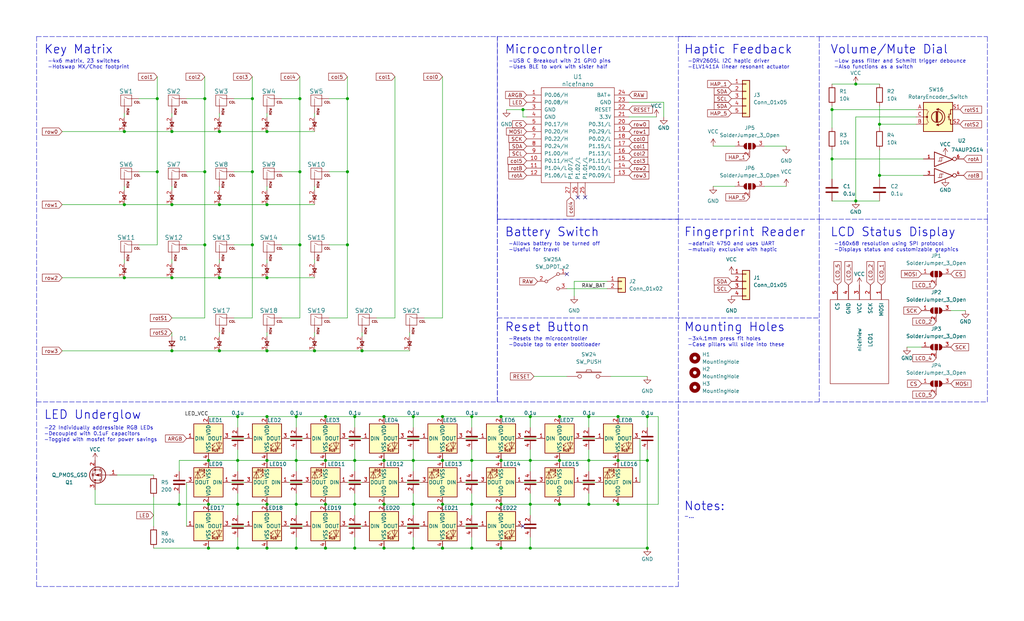
<source format=kicad_sch>
(kicad_sch (version 20211123) (generator eeschema)
  (paper "USLegal")
  (title_block (title "hb44") (date "2022-08-27") (rev "v1"))
  (lib_symbols
    (symbol "Connector_Generic:Conn_01x02" (pin_names (offset 1.016) hide)
      (property "Reference" "J" (at 0 2.54 0))
      (property "Value" "Conn_01x02" (at 0 -5.08 0))
      (symbol "Conn_01x02_1_1"
        (pin passive line (at -5.08 0 0) (length 3.81) (name "Pin_1") (number "1"))
        (pin passive line (at -5.08 -2.54 0) (length 3.81) (name "Pin_2") (number "2"))
      )
    )
    (symbol "Connector_Generic:Conn_01x04" (pin_names (offset 1.016) hide)
      (property "Reference" "J" (at 0 5.08 0))
      (property "Value" "Conn_01x04" (at 0 -7.62 0))
      (symbol "Conn_01x04_1_1"
        (pin passive line (at -5.08 2.54 0) (length 3.81) (name "Pin_1") (number "1"))
        (pin passive line (at -5.08 0 0) (length 3.81) (name "Pin_2") (number "2"))
        (pin passive line (at -5.08 -2.54 0) (length 3.81) (name "Pin_3") (number "3"))
        (pin passive line (at -5.08 -5.08 0) (length 3.81) (name "Pin_4") (number "4"))
      )
    )
    (symbol "Connector_Generic:Conn_01x05" (pin_names (offset 1.016) hide)
      (property "Reference" "J" (at 0 7.62 0))
      (property "Value" "Conn_01x05" (at 0 -7.62 0))
      (symbol "Conn_01x05_1_1"
        (pin passive line (at -5.08 5.08 0) (length 3.81) (name "Pin_1") (number "1"))
        (pin passive line (at -5.08 2.54 0) (length 3.81) (name "Pin_2") (number "2"))
        (pin passive line (at -5.08 0 0) (length 3.81) (name "Pin_3") (number "3"))
        (pin passive line (at -5.08 -2.54 0) (length 3.81) (name "Pin_4") (number "4"))
        (pin passive line (at -5.08 -5.08 0) (length 3.81) (name "Pin_5") (number "5"))
      )
    )
    (symbol "Device:C" (pin_numbers hide) (pin_names (offset 0.254))
      (property "Reference" "C" (at 0.635 2.54 0))
      (property "Value" "C" (at 0.635 -2.54 0))
      (symbol "C_1_1"
        (pin passive line (at 0 3.81 270) (length 2.794) (name "~") (number "1"))
        (pin passive line (at 0 -3.81 90) (length 2.794) (name "~") (number "2"))
      )
    )
    (symbol "Device:D_Small" (pin_numbers hide) (pin_names (offset 0.254) hide)
      (property "Reference" "D" (at -1.27 2.032 0))
      (property "Value" "D_Small" (at -3.81 -2.032 0))
      (symbol "D_Small_1_1"
        (pin passive line (at -2.54 0 0) (length 1.778) (name "K") (number "1"))
        (pin passive line (at 2.54 0 180) (length 1.778) (name "A") (number "2"))
      )
    )
    (symbol "Device:Q_PMOS_GSD" (pin_names (offset 0) hide)
      (property "Reference" "Q" (at 5.08 1.27 0))
      (property "Value" "Q_PMOS_GSD" (at 5.08 -1.27 0))
      (symbol "Q_PMOS_GSD_1_1"
        (pin input line (at -5.08 0 0) (length 2.54) (name "G") (number "1"))
        (pin passive line (at 2.54 -5.08 90) (length 2.54) (name "S") (number "2"))
        (pin passive line (at 2.54 5.08 270) (length 2.54) (name "D") (number "3"))
      )
    )
    (symbol "Device:R" (pin_numbers hide) (pin_names (offset 0))
      (property "Reference" "R" (at 2.032 0 90))
      (property "Value" "R" (at 0 0 90))
      (symbol "R_1_1"
        (pin passive line (at 0 3.81 270) (length 1.27) (name "~") (number "1"))
        (pin passive line (at 0 -3.81 90) (length 1.27) (name "~") (number "2"))
      )
    )
    (symbol "Device:RotaryEncoder_Switch" (pin_names (offset 0.254) hide)
      (property "Reference" "SW" (at 0 6.604 0))
      (property "Value" "RotaryEncoder_Switch" (at 0 -6.604 0))
      (symbol "RotaryEncoder_Switch_1_1"
        (pin passive line (at -7.62 2.54 0) (length 2.54) (name "A") (number "A"))
        (pin passive line (at -7.62 -2.54 0) (length 2.54) (name "B") (number "B"))
        (pin passive line (at -7.62 0 0) (length 2.54) (name "C") (number "C"))
        (pin passive line (at 7.62 2.54 180) (length 2.54) (name "S1") (number "S1"))
        (pin passive line (at 7.62 -2.54 180) (length 2.54) (name "S2") (number "S2"))
      )
    )
    (symbol "Jumper:SolderJumper_3_Open" (pin_names (offset 0) hide)
      (property "Reference" "JP" (at -2.54 -2.54 0))
      (property "Value" "SolderJumper_3_Open" (at 0 2.794 0))
      (symbol "SolderJumper_3_Open_1_1"
        (pin passive line (at -5.08 0 0) (length 2.54) (name "A") (number "1"))
        (pin passive line (at 0 -3.81 90) (length 2.54) (name "C") (number "2"))
        (pin passive line (at 5.08 0 180) (length 2.54) (name "B") (number "3"))
      )
    )
    (symbol "Mechanical:MountingHole" (pin_names (offset 1.016))
      (property "Reference" "H" (at 0 5.08 0))
      (property "Value" "MountingHole" (at 0 3.175 0))
    )
    (symbol "SK6812+Cap_1" (pin_names (offset 0.254))
      (property "Reference" "LED?" (at 2.54 6.35 0))
      (property "Value" "SK6812+Cap_1" (at 0 10.16 0))
      (symbol "SK6812+Cap_1_0_0"
        (text "RGB" (at 2.286 -4.191 0) (effects (font (size 0.762 0.762))))
      )
      (symbol "SK6812+Cap_1_1_1"
        (pin input line (at -7.62 0 0) (length 2.54) (name "DIN") (number "1"))
        (pin power_in line (at 0 7.62 270) (length 2.54) (name "VDD") (number "2"))
        (pin power_in line (at 10.16 3.81 270) (length 3) (name "~") (number "2"))
        (pin output line (at 7.62 0 180) (length 2.54) (name "DOUT") (number "3"))
        (pin power_in line (at 0 -7.62 90) (length 2.54) (name "VSS") (number "4"))
        (pin power_in line (at 10.16 -3.81 90) (length 3) (name "~") (number "4"))
      )
    )
    (symbol "SK6812+Cap_10" (pin_names (offset 0.254))
      (property "Reference" "LED?" (at 2.54 6.35 0))
      (property "Value" "SK6812+Cap_10" (at 0 10.16 0))
      (symbol "SK6812+Cap_10_0_0"
        (text "RGB" (at 2.286 -4.191 0) (effects (font (size 0.762 0.762))))
      )
      (symbol "SK6812+Cap_10_1_1"
        (pin input line (at -7.62 0 0) (length 2.54) (name "DIN") (number "1"))
        (pin power_in line (at 0 7.62 270) (length 2.54) (name "VDD") (number "2"))
        (pin power_in line (at 10.16 3.81 270) (length 3) (name "~") (number "2"))
        (pin output line (at 7.62 0 180) (length 2.54) (name "DOUT") (number "3"))
        (pin power_in line (at 0 -7.62 90) (length 2.54) (name "VSS") (number "4"))
        (pin power_in line (at 10.16 -3.81 90) (length 3) (name "~") (number "4"))
      )
    )
    (symbol "SK6812+Cap_11" (pin_names (offset 0.254))
      (property "Reference" "LED?" (at 2.54 6.35 0))
      (property "Value" "SK6812+Cap_11" (at 0 10.16 0))
      (symbol "SK6812+Cap_11_0_0"
        (text "RGB" (at 2.286 -4.191 0) (effects (font (size 0.762 0.762))))
      )
      (symbol "SK6812+Cap_11_1_1"
        (pin input line (at -7.62 0 0) (length 2.54) (name "DIN") (number "1"))
        (pin power_in line (at 0 7.62 270) (length 2.54) (name "VDD") (number "2"))
        (pin power_in line (at 10.16 3.81 270) (length 3) (name "~") (number "2"))
        (pin output line (at 7.62 0 180) (length 2.54) (name "DOUT") (number "3"))
        (pin power_in line (at 0 -7.62 90) (length 2.54) (name "VSS") (number "4"))
        (pin power_in line (at 10.16 -3.81 90) (length 3) (name "~") (number "4"))
      )
    )
    (symbol "SK6812+Cap_12" (pin_names (offset 0.254))
      (property "Reference" "LED?" (at 2.54 6.35 0))
      (property "Value" "SK6812+Cap_12" (at 0 10.16 0))
      (symbol "SK6812+Cap_12_0_0"
        (text "RGB" (at 2.286 -4.191 0) (effects (font (size 0.762 0.762))))
      )
      (symbol "SK6812+Cap_12_1_1"
        (pin input line (at -7.62 0 0) (length 2.54) (name "DIN") (number "1"))
        (pin power_in line (at 0 7.62 270) (length 2.54) (name "VDD") (number "2"))
        (pin power_in line (at 10.16 3.81 270) (length 3) (name "~") (number "2"))
        (pin output line (at 7.62 0 180) (length 2.54) (name "DOUT") (number "3"))
        (pin power_in line (at 0 -7.62 90) (length 2.54) (name "VSS") (number "4"))
        (pin power_in line (at 10.16 -3.81 90) (length 3) (name "~") (number "4"))
      )
    )
    (symbol "SK6812+Cap_13" (pin_names (offset 0.254))
      (property "Reference" "LED?" (at 2.54 6.35 0))
      (property "Value" "SK6812+Cap_13" (at 0 10.16 0))
      (symbol "SK6812+Cap_13_0_0"
        (text "RGB" (at 2.286 -4.191 0) (effects (font (size 0.762 0.762))))
      )
      (symbol "SK6812+Cap_13_1_1"
        (pin input line (at -7.62 0 0) (length 2.54) (name "DIN") (number "1"))
        (pin power_in line (at 0 7.62 270) (length 2.54) (name "VDD") (number "2"))
        (pin power_in line (at 10.16 3.81 270) (length 3) (name "~") (number "2"))
        (pin output line (at 7.62 0 180) (length 2.54) (name "DOUT") (number "3"))
        (pin power_in line (at 0 -7.62 90) (length 2.54) (name "VSS") (number "4"))
        (pin power_in line (at 10.16 -3.81 90) (length 3) (name "~") (number "4"))
      )
    )
    (symbol "SK6812+Cap_14" (pin_names (offset 0.254))
      (property "Reference" "LED?" (at 2.54 6.35 0))
      (property "Value" "SK6812+Cap_14" (at 0 10.16 0))
      (symbol "SK6812+Cap_14_0_0"
        (text "RGB" (at 2.286 -4.191 0) (effects (font (size 0.762 0.762))))
      )
      (symbol "SK6812+Cap_14_1_1"
        (pin input line (at -7.62 0 0) (length 2.54) (name "DIN") (number "1"))
        (pin power_in line (at 0 7.62 270) (length 2.54) (name "VDD") (number "2"))
        (pin power_in line (at 10.16 3.81 270) (length 3) (name "~") (number "2"))
        (pin output line (at 7.62 0 180) (length 2.54) (name "DOUT") (number "3"))
        (pin power_in line (at 0 -7.62 90) (length 2.54) (name "VSS") (number "4"))
        (pin power_in line (at 10.16 -3.81 90) (length 3) (name "~") (number "4"))
      )
    )
    (symbol "SK6812+Cap_15" (pin_names (offset 0.254))
      (property "Reference" "LED?" (at 2.54 6.35 0))
      (property "Value" "SK6812+Cap_15" (at 0 10.16 0))
      (symbol "SK6812+Cap_15_0_0"
        (text "RGB" (at 2.286 -4.191 0) (effects (font (size 0.762 0.762))))
      )
      (symbol "SK6812+Cap_15_1_1"
        (pin input line (at -7.62 0 0) (length 2.54) (name "DIN") (number "1"))
        (pin power_in line (at 0 7.62 270) (length 2.54) (name "VDD") (number "2"))
        (pin power_in line (at 10.16 3.81 270) (length 3) (name "~") (number "2"))
        (pin output line (at 7.62 0 180) (length 2.54) (name "DOUT") (number "3"))
        (pin power_in line (at 0 -7.62 90) (length 2.54) (name "VSS") (number "4"))
        (pin power_in line (at 10.16 -3.81 90) (length 3) (name "~") (number "4"))
      )
    )
    (symbol "SK6812+Cap_16" (pin_names (offset 0.254))
      (property "Reference" "LED?" (at 2.54 6.35 0))
      (property "Value" "SK6812+Cap_16" (at 0 10.16 0))
      (symbol "SK6812+Cap_16_0_0"
        (text "RGB" (at 2.286 -4.191 0) (effects (font (size 0.762 0.762))))
      )
      (symbol "SK6812+Cap_16_1_1"
        (pin input line (at -7.62 0 0) (length 2.54) (name "DIN") (number "1"))
        (pin power_in line (at 0 7.62 270) (length 2.54) (name "VDD") (number "2"))
        (pin power_in line (at 10.16 3.81 270) (length 3) (name "~") (number "2"))
        (pin output line (at 7.62 0 180) (length 2.54) (name "DOUT") (number "3"))
        (pin power_in line (at 0 -7.62 90) (length 2.54) (name "VSS") (number "4"))
        (pin power_in line (at 10.16 -3.81 90) (length 3) (name "~") (number "4"))
      )
    )
    (symbol "SK6812+Cap_17" (pin_names (offset 0.254))
      (property "Reference" "LED?" (at 2.54 6.35 0))
      (property "Value" "SK6812+Cap_17" (at 0 10.16 0))
      (symbol "SK6812+Cap_17_0_0"
        (text "RGB" (at 2.286 -4.191 0) (effects (font (size 0.762 0.762))))
      )
      (symbol "SK6812+Cap_17_1_1"
        (pin input line (at -7.62 0 0) (length 2.54) (name "DIN") (number "1"))
        (pin power_in line (at 0 7.62 270) (length 2.54) (name "VDD") (number "2"))
        (pin power_in line (at 10.16 3.81 270) (length 3) (name "~") (number "2"))
        (pin output line (at 7.62 0 180) (length 2.54) (name "DOUT") (number "3"))
        (pin power_in line (at 0 -7.62 90) (length 2.54) (name "VSS") (number "4"))
        (pin power_in line (at 10.16 -3.81 90) (length 3) (name "~") (number "4"))
      )
    )
    (symbol "SK6812+Cap_18" (pin_names (offset 0.254))
      (property "Reference" "LED?" (at 2.54 6.35 0))
      (property "Value" "SK6812+Cap_18" (at 0 10.16 0))
      (symbol "SK6812+Cap_18_0_0"
        (text "RGB" (at 2.286 -4.191 0) (effects (font (size 0.762 0.762))))
      )
      (symbol "SK6812+Cap_18_1_1"
        (pin input line (at -7.62 0 0) (length 2.54) (name "DIN") (number "1"))
        (pin power_in line (at 0 7.62 270) (length 2.54) (name "VDD") (number "2"))
        (pin power_in line (at 10.16 3.81 270) (length 3) (name "~") (number "2"))
        (pin output line (at 7.62 0 180) (length 2.54) (name "DOUT") (number "3"))
        (pin power_in line (at 0 -7.62 90) (length 2.54) (name "VSS") (number "4"))
        (pin power_in line (at 10.16 -3.81 90) (length 3) (name "~") (number "4"))
      )
    )
    (symbol "SK6812+Cap_19" (pin_names (offset 0.254))
      (property "Reference" "LED?" (at 2.54 6.35 0))
      (property "Value" "SK6812+Cap_19" (at 0 10.16 0))
      (symbol "SK6812+Cap_19_0_0"
        (text "RGB" (at 2.286 -4.191 0) (effects (font (size 0.762 0.762))))
      )
      (symbol "SK6812+Cap_19_1_1"
        (pin input line (at -7.62 0 0) (length 2.54) (name "DIN") (number "1"))
        (pin power_in line (at 0 7.62 270) (length 2.54) (name "VDD") (number "2"))
        (pin power_in line (at 10.16 3.81 270) (length 3) (name "~") (number "2"))
        (pin output line (at 7.62 0 180) (length 2.54) (name "DOUT") (number "3"))
        (pin power_in line (at 0 -7.62 90) (length 2.54) (name "VSS") (number "4"))
        (pin power_in line (at 10.16 -3.81 90) (length 3) (name "~") (number "4"))
      )
    )
    (symbol "SK6812+Cap_2" (pin_names (offset 0.254))
      (property "Reference" "LED?" (at 2.54 6.35 0))
      (property "Value" "SK6812+Cap_2" (at 0 10.16 0))
      (symbol "SK6812+Cap_2_0_0"
        (text "RGB" (at 2.286 -4.191 0) (effects (font (size 0.762 0.762))))
      )
      (symbol "SK6812+Cap_2_1_1"
        (pin input line (at -7.62 0 0) (length 2.54) (name "DIN") (number "1"))
        (pin power_in line (at 0 7.62 270) (length 2.54) (name "VDD") (number "2"))
        (pin power_in line (at 10.16 3.81 270) (length 3) (name "~") (number "2"))
        (pin output line (at 7.62 0 180) (length 2.54) (name "DOUT") (number "3"))
        (pin power_in line (at 0 -7.62 90) (length 2.54) (name "VSS") (number "4"))
        (pin power_in line (at 10.16 -3.81 90) (length 3) (name "~") (number "4"))
      )
    )
    (symbol "SK6812+Cap_20" (pin_names (offset 0.254))
      (property "Reference" "LED?" (at 2.54 6.35 0))
      (property "Value" "SK6812+Cap_20" (at 0 10.16 0))
      (symbol "SK6812+Cap_20_0_0"
        (text "RGB" (at 2.286 -4.191 0) (effects (font (size 0.762 0.762))))
      )
      (symbol "SK6812+Cap_20_1_1"
        (pin input line (at -7.62 0 0) (length 2.54) (name "DIN") (number "1"))
        (pin power_in line (at 0 7.62 270) (length 2.54) (name "VDD") (number "2"))
        (pin power_in line (at 10.16 3.81 270) (length 3) (name "~") (number "2"))
        (pin output line (at 7.62 0 180) (length 2.54) (name "DOUT") (number "3"))
        (pin power_in line (at 0 -7.62 90) (length 2.54) (name "VSS") (number "4"))
        (pin power_in line (at 10.16 -3.81 90) (length 3) (name "~") (number "4"))
      )
    )
    (symbol "SK6812+Cap_21" (pin_names (offset 0.254))
      (property "Reference" "LED?" (at 2.54 6.35 0))
      (property "Value" "SK6812+Cap_21" (at 0 10.16 0))
      (symbol "SK6812+Cap_21_0_0"
        (text "RGB" (at 2.286 -4.191 0) (effects (font (size 0.762 0.762))))
      )
      (symbol "SK6812+Cap_21_1_1"
        (pin input line (at -7.62 0 0) (length 2.54) (name "DIN") (number "1"))
        (pin power_in line (at 0 7.62 270) (length 2.54) (name "VDD") (number "2"))
        (pin power_in line (at 10.16 3.81 270) (length 3) (name "~") (number "2"))
        (pin output line (at 7.62 0 180) (length 2.54) (name "DOUT") (number "3"))
        (pin power_in line (at 0 -7.62 90) (length 2.54) (name "VSS") (number "4"))
        (pin power_in line (at 10.16 -3.81 90) (length 3) (name "~") (number "4"))
      )
    )
    (symbol "SK6812+Cap_3" (pin_names (offset 0.254))
      (property "Reference" "LED?" (at 2.54 6.35 0))
      (property "Value" "SK6812+Cap_3" (at 0 10.16 0))
      (symbol "SK6812+Cap_3_0_0"
        (text "RGB" (at 2.286 -4.191 0) (effects (font (size 0.762 0.762))))
      )
      (symbol "SK6812+Cap_3_1_1"
        (pin input line (at -7.62 0 0) (length 2.54) (name "DIN") (number "1"))
        (pin power_in line (at 0 7.62 270) (length 2.54) (name "VDD") (number "2"))
        (pin power_in line (at 10.16 3.81 270) (length 3) (name "~") (number "2"))
        (pin output line (at 7.62 0 180) (length 2.54) (name "DOUT") (number "3"))
        (pin power_in line (at 0 -7.62 90) (length 2.54) (name "VSS") (number "4"))
        (pin power_in line (at 10.16 -3.81 90) (length 3) (name "~") (number "4"))
      )
    )
    (symbol "SK6812+Cap_4" (pin_names (offset 0.254))
      (property "Reference" "LED?" (at 2.54 6.35 0))
      (property "Value" "SK6812+Cap_4" (at 0 10.16 0))
      (symbol "SK6812+Cap_4_0_0"
        (text "RGB" (at 2.286 -4.191 0) (effects (font (size 0.762 0.762))))
      )
      (symbol "SK6812+Cap_4_1_1"
        (pin input line (at -7.62 0 0) (length 2.54) (name "DIN") (number "1"))
        (pin power_in line (at 0 7.62 270) (length 2.54) (name "VDD") (number "2"))
        (pin power_in line (at 10.16 3.81 270) (length 3) (name "~") (number "2"))
        (pin output line (at 7.62 0 180) (length 2.54) (name "DOUT") (number "3"))
        (pin power_in line (at 0 -7.62 90) (length 2.54) (name "VSS") (number "4"))
        (pin power_in line (at 10.16 -3.81 90) (length 3) (name "~") (number "4"))
      )
    )
    (symbol "SK6812+Cap_5" (pin_names (offset 0.254))
      (property "Reference" "LED?" (at 2.54 6.35 0))
      (property "Value" "SK6812+Cap_5" (at 0 10.16 0))
      (symbol "SK6812+Cap_5_0_0"
        (text "RGB" (at 2.286 -4.191 0) (effects (font (size 0.762 0.762))))
      )
      (symbol "SK6812+Cap_5_1_1"
        (pin input line (at -7.62 0 0) (length 2.54) (name "DIN") (number "1"))
        (pin power_in line (at 0 7.62 270) (length 2.54) (name "VDD") (number "2"))
        (pin power_in line (at 10.16 3.81 270) (length 3) (name "~") (number "2"))
        (pin output line (at 7.62 0 180) (length 2.54) (name "DOUT") (number "3"))
        (pin power_in line (at 0 -7.62 90) (length 2.54) (name "VSS") (number "4"))
        (pin power_in line (at 10.16 -3.81 90) (length 3) (name "~") (number "4"))
      )
    )
    (symbol "SK6812+Cap_6" (pin_names (offset 0.254))
      (property "Reference" "LED?" (at 2.54 6.35 0))
      (property "Value" "SK6812+Cap_6" (at 0 10.16 0))
      (symbol "SK6812+Cap_6_0_0"
        (text "RGB" (at 2.286 -4.191 0) (effects (font (size 0.762 0.762))))
      )
      (symbol "SK6812+Cap_6_1_1"
        (pin input line (at -7.62 0 0) (length 2.54) (name "DIN") (number "1"))
        (pin power_in line (at 0 7.62 270) (length 2.54) (name "VDD") (number "2"))
        (pin power_in line (at 10.16 3.81 270) (length 3) (name "~") (number "2"))
        (pin output line (at 7.62 0 180) (length 2.54) (name "DOUT") (number "3"))
        (pin power_in line (at 0 -7.62 90) (length 2.54) (name "VSS") (number "4"))
        (pin power_in line (at 10.16 -3.81 90) (length 3) (name "~") (number "4"))
      )
    )
    (symbol "SK6812+Cap_7" (pin_names (offset 0.254))
      (property "Reference" "LED?" (at 2.54 6.35 0))
      (property "Value" "SK6812+Cap_7" (at 0 10.16 0))
      (symbol "SK6812+Cap_7_0_0"
        (text "RGB" (at 2.286 -4.191 0) (effects (font (size 0.762 0.762))))
      )
      (symbol "SK6812+Cap_7_1_1"
        (pin input line (at -7.62 0 0) (length 2.54) (name "DIN") (number "1"))
        (pin power_in line (at 0 7.62 270) (length 2.54) (name "VDD") (number "2"))
        (pin power_in line (at 10.16 3.81 270) (length 3) (name "~") (number "2"))
        (pin output line (at 7.62 0 180) (length 2.54) (name "DOUT") (number "3"))
        (pin power_in line (at 0 -7.62 90) (length 2.54) (name "VSS") (number "4"))
        (pin power_in line (at 10.16 -3.81 90) (length 3) (name "~") (number "4"))
      )
    )
    (symbol "SK6812+Cap_8" (pin_names (offset 0.254))
      (property "Reference" "LED?" (at 2.54 6.35 0))
      (property "Value" "SK6812+Cap_8" (at 0 10.16 0))
      (symbol "SK6812+Cap_8_0_0"
        (text "RGB" (at 2.286 -4.191 0) (effects (font (size 0.762 0.762))))
      )
      (symbol "SK6812+Cap_8_1_1"
        (pin input line (at -7.62 0 0) (length 2.54) (name "DIN") (number "1"))
        (pin power_in line (at 0 7.62 270) (length 2.54) (name "VDD") (number "2"))
        (pin power_in line (at 10.16 3.81 270) (length 3) (name "~") (number "2"))
        (pin output line (at 7.62 0 180) (length 2.54) (name "DOUT") (number "3"))
        (pin power_in line (at 0 -7.62 90) (length 2.54) (name "VSS") (number "4"))
        (pin power_in line (at 10.16 -3.81 90) (length 3) (name "~") (number "4"))
      )
    )
    (symbol "SK6812+Cap_9" (pin_names (offset 0.254))
      (property "Reference" "LED?" (at 2.54 6.35 0))
      (property "Value" "SK6812+Cap_9" (at 0 10.16 0))
      (symbol "SK6812+Cap_9_0_0"
        (text "RGB" (at 2.286 -4.191 0) (effects (font (size 0.762 0.762))))
      )
      (symbol "SK6812+Cap_9_1_1"
        (pin input line (at -7.62 0 0) (length 2.54) (name "DIN") (number "1"))
        (pin power_in line (at 0 7.62 270) (length 2.54) (name "VDD") (number "2"))
        (pin power_in line (at 10.16 3.81 270) (length 3) (name "~") (number "2"))
        (pin output line (at 7.62 0 180) (length 2.54) (name "DOUT") (number "3"))
        (pin power_in line (at 0 -7.62 90) (length 2.54) (name "VSS") (number "4"))
        (pin power_in line (at 10.16 -3.81 90) (length 3) (name "~") (number "4"))
      )
    )
    (symbol "Switch+Diode_10" (pin_names (offset 1.016))
      (property "Reference" "SW?" (at -0.635 3.81 0))
      (symbol "Switch+Diode_10_0_0"
        (text "COL" (at 3.175 0 0) (effects (font (size 0.762 0.762))))
        (text "ROW" (at 0 -1.905 900) (effects (font (size 0.762 0.762)) (justify right)))
      )
      (symbol "Switch+Diode_10_1_1"
        (pin passive line (at 3.81 1.27 180) (length 2.54) (name "COL") (number "1"))
        (pin passive line (at -1.27 -5.08 270) (length 1.778) (name "") (number "2"))
        (pin passive line (at -1.27 -3.81 90) (length 2.54) (name "ROW") (number "2"))
        (pin passive line (at -1.27 -10.16 90) (length 1.778) (name "") (number "3"))
      )
    )
    (symbol "Switch+Diode_11" (pin_names (offset 1.016))
      (property "Reference" "SW?" (at -0.635 3.81 0))
      (symbol "Switch+Diode_11_0_0"
        (text "COL" (at 3.175 0 0) (effects (font (size 0.762 0.762))))
        (text "ROW" (at 0 -1.905 900) (effects (font (size 0.762 0.762)) (justify right)))
      )
      (symbol "Switch+Diode_11_1_1"
        (pin passive line (at 3.81 1.27 180) (length 2.54) (name "COL") (number "1"))
        (pin passive line (at -1.27 -5.08 270) (length 1.778) (name "") (number "2"))
        (pin passive line (at -1.27 -3.81 90) (length 2.54) (name "ROW") (number "2"))
        (pin passive line (at -1.27 -10.16 90) (length 1.778) (name "") (number "3"))
      )
    )
    (symbol "Switch+Diode_12" (pin_names (offset 1.016))
      (property "Reference" "SW?" (at -0.635 3.81 0))
      (symbol "Switch+Diode_12_0_0"
        (text "COL" (at 3.175 0 0) (effects (font (size 0.762 0.762))))
        (text "ROW" (at 0 -1.905 900) (effects (font (size 0.762 0.762)) (justify right)))
      )
      (symbol "Switch+Diode_12_1_1"
        (pin passive line (at 3.81 1.27 180) (length 2.54) (name "COL") (number "1"))
        (pin passive line (at -1.27 -5.08 270) (length 1.778) (name "") (number "2"))
        (pin passive line (at -1.27 -3.81 90) (length 2.54) (name "ROW") (number "2"))
        (pin passive line (at -1.27 -10.16 90) (length 1.778) (name "") (number "3"))
      )
    )
    (symbol "Switch+Diode_13" (pin_names (offset 1.016))
      (property "Reference" "SW?" (at -0.635 3.81 0))
      (symbol "Switch+Diode_13_0_0"
        (text "COL" (at 3.175 0 0) (effects (font (size 0.762 0.762))))
        (text "ROW" (at 0 -1.905 900) (effects (font (size 0.762 0.762)) (justify right)))
      )
      (symbol "Switch+Diode_13_1_1"
        (pin passive line (at 3.81 1.27 180) (length 2.54) (name "COL") (number "1"))
        (pin passive line (at -1.27 -5.08 270) (length 1.778) (name "") (number "2"))
        (pin passive line (at -1.27 -3.81 90) (length 2.54) (name "ROW") (number "2"))
        (pin passive line (at -1.27 -10.16 90) (length 1.778) (name "") (number "3"))
      )
    )
    (symbol "Switch+Diode_14" (pin_names (offset 1.016))
      (property "Reference" "SW?" (at -0.635 3.81 0))
      (symbol "Switch+Diode_14_0_0"
        (text "COL" (at 3.175 0 0) (effects (font (size 0.762 0.762))))
        (text "ROW" (at 0 -1.905 900) (effects (font (size 0.762 0.762)) (justify right)))
      )
      (symbol "Switch+Diode_14_1_1"
        (pin passive line (at 3.81 1.27 180) (length 2.54) (name "COL") (number "1"))
        (pin passive line (at -1.27 -5.08 270) (length 1.778) (name "") (number "2"))
        (pin passive line (at -1.27 -3.81 90) (length 2.54) (name "ROW") (number "2"))
        (pin passive line (at -1.27 -10.16 90) (length 1.778) (name "") (number "3"))
      )
    )
    (symbol "Switch+Diode_15" (pin_names (offset 1.016))
      (property "Reference" "SW?" (at -0.635 3.81 0))
      (symbol "Switch+Diode_15_0_0"
        (text "COL" (at 3.175 0 0) (effects (font (size 0.762 0.762))))
        (text "ROW" (at 0 -1.905 900) (effects (font (size 0.762 0.762)) (justify right)))
      )
      (symbol "Switch+Diode_15_1_1"
        (pin passive line (at 3.81 1.27 180) (length 2.54) (name "COL") (number "1"))
        (pin passive line (at -1.27 -5.08 270) (length 1.778) (name "") (number "2"))
        (pin passive line (at -1.27 -3.81 90) (length 2.54) (name "ROW") (number "2"))
        (pin passive line (at -1.27 -10.16 90) (length 1.778) (name "") (number "3"))
      )
    )
    (symbol "Switch+Diode_16" (pin_names (offset 1.016))
      (property "Reference" "SW?" (at -0.635 3.81 0))
      (symbol "Switch+Diode_16_0_0"
        (text "COL" (at 3.175 0 0) (effects (font (size 0.762 0.762))))
        (text "ROW" (at 0 -1.905 900) (effects (font (size 0.762 0.762)) (justify right)))
      )
      (symbol "Switch+Diode_16_1_1"
        (pin passive line (at 3.81 1.27 180) (length 2.54) (name "COL") (number "1"))
        (pin passive line (at -1.27 -5.08 270) (length 1.778) (name "") (number "2"))
        (pin passive line (at -1.27 -3.81 90) (length 2.54) (name "ROW") (number "2"))
        (pin passive line (at -1.27 -10.16 90) (length 1.778) (name "") (number "3"))
      )
    )
    (symbol "Switch+Diode_17" (pin_names (offset 1.016))
      (property "Reference" "SW?" (at -0.635 3.81 0))
      (symbol "Switch+Diode_17_0_0"
        (text "COL" (at 3.175 0 0) (effects (font (size 0.762 0.762))))
        (text "ROW" (at 0 -1.905 900) (effects (font (size 0.762 0.762)) (justify right)))
      )
      (symbol "Switch+Diode_17_1_1"
        (pin passive line (at 3.81 1.27 180) (length 2.54) (name "COL") (number "1"))
        (pin passive line (at -1.27 -5.08 270) (length 1.778) (name "") (number "2"))
        (pin passive line (at -1.27 -3.81 90) (length 2.54) (name "ROW") (number "2"))
        (pin passive line (at -1.27 -10.16 90) (length 1.778) (name "") (number "3"))
      )
    )
    (symbol "Switch+Diode_18" (pin_names (offset 1.016))
      (property "Reference" "SW?" (at -0.635 3.81 0))
      (symbol "Switch+Diode_18_0_0"
        (text "COL" (at 3.175 0 0) (effects (font (size 0.762 0.762))))
        (text "ROW" (at 0 -1.905 900) (effects (font (size 0.762 0.762)) (justify right)))
      )
      (symbol "Switch+Diode_18_1_1"
        (pin passive line (at 3.81 1.27 180) (length 2.54) (name "COL") (number "1"))
        (pin passive line (at -1.27 -5.08 270) (length 1.778) (name "") (number "2"))
        (pin passive line (at -1.27 -3.81 90) (length 2.54) (name "ROW") (number "2"))
        (pin passive line (at -1.27 -10.16 90) (length 1.778) (name "") (number "3"))
      )
    )
    (symbol "Switch+Diode_19" (pin_names (offset 1.016))
      (property "Reference" "SW?" (at -0.635 3.81 0))
      (symbol "Switch+Diode_19_0_0"
        (text "COL" (at 3.175 0 0) (effects (font (size 0.762 0.762))))
        (text "ROW" (at 0 -1.905 900) (effects (font (size 0.762 0.762)) (justify right)))
      )
      (symbol "Switch+Diode_19_1_1"
        (pin passive line (at 3.81 1.27 180) (length 2.54) (name "COL") (number "1"))
        (pin passive line (at -1.27 -5.08 270) (length 1.778) (name "") (number "2"))
        (pin passive line (at -1.27 -3.81 90) (length 2.54) (name "ROW") (number "2"))
        (pin passive line (at -1.27 -10.16 90) (length 1.778) (name "") (number "3"))
      )
    )
    (symbol "Switch+Diode_2" (pin_names (offset 1.016))
      (property "Reference" "SW?" (at -0.635 3.81 0))
      (symbol "Switch+Diode_2_0_0"
        (text "COL" (at 3.175 0 0) (effects (font (size 0.762 0.762))))
        (text "ROW" (at 0 -1.905 900) (effects (font (size 0.762 0.762)) (justify right)))
      )
      (symbol "Switch+Diode_2_1_1"
        (pin passive line (at 3.81 1.27 180) (length 2.54) (name "COL") (number "1"))
        (pin passive line (at -1.27 -5.08 270) (length 1.778) (name "") (number "2"))
        (pin passive line (at -1.27 -3.81 90) (length 2.54) (name "ROW") (number "2"))
        (pin passive line (at -1.27 -10.16 90) (length 1.778) (name "") (number "3"))
      )
    )
    (symbol "Switch+Diode_20" (pin_names (offset 1.016))
      (property "Reference" "SW?" (at -0.635 3.81 0))
      (symbol "Switch+Diode_20_0_0"
        (text "COL" (at 3.175 0 0) (effects (font (size 0.762 0.762))))
        (text "ROW" (at 0 -1.905 900) (effects (font (size 0.762 0.762)) (justify right)))
      )
      (symbol "Switch+Diode_20_1_1"
        (pin passive line (at 3.81 1.27 180) (length 2.54) (name "COL") (number "1"))
        (pin passive line (at -1.27 -5.08 270) (length 1.778) (name "") (number "2"))
        (pin passive line (at -1.27 -3.81 90) (length 2.54) (name "ROW") (number "2"))
        (pin passive line (at -1.27 -10.16 90) (length 1.778) (name "") (number "3"))
      )
    )
    (symbol "Switch+Diode_21" (pin_names (offset 1.016))
      (property "Reference" "SW?" (at -0.635 3.81 0))
      (symbol "Switch+Diode_21_0_0"
        (text "COL" (at 3.175 0 0) (effects (font (size 0.762 0.762))))
        (text "ROW" (at 0 -1.905 900) (effects (font (size 0.762 0.762)) (justify right)))
      )
      (symbol "Switch+Diode_21_1_1"
        (pin passive line (at 3.81 1.27 180) (length 2.54) (name "COL") (number "1"))
        (pin passive line (at -1.27 -5.08 270) (length 1.778) (name "") (number "2"))
        (pin passive line (at -1.27 -3.81 90) (length 2.54) (name "ROW") (number "2"))
        (pin passive line (at -1.27 -10.16 90) (length 1.778) (name "") (number "3"))
      )
    )
    (symbol "Switch+Diode_4" (pin_names (offset 1.016))
      (property "Reference" "SW?" (at -0.635 3.81 0))
      (symbol "Switch+Diode_4_0_0"
        (text "COL" (at 3.175 0 0) (effects (font (size 0.762 0.762))))
        (text "ROW" (at 0 -1.905 900) (effects (font (size 0.762 0.762)) (justify right)))
      )
      (symbol "Switch+Diode_4_1_1"
        (pin passive line (at 3.81 1.27 180) (length 2.54) (name "COL") (number "1"))
        (pin passive line (at -1.27 -5.08 270) (length 1.778) (name "") (number "2"))
        (pin passive line (at -1.27 -3.81 90) (length 2.54) (name "ROW") (number "2"))
        (pin passive line (at -1.27 -10.16 90) (length 1.778) (name "") (number "3"))
      )
    )
    (symbol "Switch+Diode_5" (pin_names (offset 1.016))
      (property "Reference" "SW?" (at -0.635 3.81 0))
      (symbol "Switch+Diode_5_0_0"
        (text "COL" (at 3.175 0 0) (effects (font (size 0.762 0.762))))
        (text "ROW" (at 0 -1.905 900) (effects (font (size 0.762 0.762)) (justify right)))
      )
      (symbol "Switch+Diode_5_1_1"
        (pin passive line (at 3.81 1.27 180) (length 2.54) (name "COL") (number "1"))
        (pin passive line (at -1.27 -5.08 270) (length 1.778) (name "") (number "2"))
        (pin passive line (at -1.27 -3.81 90) (length 2.54) (name "ROW") (number "2"))
        (pin passive line (at -1.27 -10.16 90) (length 1.778) (name "") (number "3"))
      )
    )
    (symbol "Switch+Diode_6" (pin_names (offset 1.016))
      (property "Reference" "SW?" (at -0.635 3.81 0))
      (symbol "Switch+Diode_6_0_0"
        (text "COL" (at 3.175 0 0) (effects (font (size 0.762 0.762))))
        (text "ROW" (at 0 -1.905 900) (effects (font (size 0.762 0.762)) (justify right)))
      )
      (symbol "Switch+Diode_6_1_1"
        (pin passive line (at 3.81 1.27 180) (length 2.54) (name "COL") (number "1"))
        (pin passive line (at -1.27 -5.08 270) (length 1.778) (name "") (number "2"))
        (pin passive line (at -1.27 -3.81 90) (length 2.54) (name "ROW") (number "2"))
        (pin passive line (at -1.27 -10.16 90) (length 1.778) (name "") (number "3"))
      )
    )
    (symbol "Switch+Diode_7" (pin_names (offset 1.016))
      (property "Reference" "SW?" (at -0.635 3.81 0))
      (symbol "Switch+Diode_7_0_0"
        (text "COL" (at 3.175 0 0) (effects (font (size 0.762 0.762))))
        (text "ROW" (at 0 -1.905 900) (effects (font (size 0.762 0.762)) (justify right)))
      )
      (symbol "Switch+Diode_7_1_1"
        (pin passive line (at 3.81 1.27 180) (length 2.54) (name "COL") (number "1"))
        (pin passive line (at -1.27 -5.08 270) (length 1.778) (name "") (number "2"))
        (pin passive line (at -1.27 -3.81 90) (length 2.54) (name "ROW") (number "2"))
        (pin passive line (at -1.27 -10.16 90) (length 1.778) (name "") (number "3"))
      )
    )
    (symbol "Switch+Diode_8" (pin_names (offset 1.016))
      (property "Reference" "SW?" (at -0.635 3.81 0))
      (symbol "Switch+Diode_8_0_0"
        (text "COL" (at 3.175 0 0) (effects (font (size 0.762 0.762))))
        (text "ROW" (at 0 -1.905 900) (effects (font (size 0.762 0.762)) (justify right)))
      )
      (symbol "Switch+Diode_8_1_1"
        (pin passive line (at 3.81 1.27 180) (length 2.54) (name "COL") (number "1"))
        (pin passive line (at -1.27 -5.08 270) (length 1.778) (name "") (number "2"))
        (pin passive line (at -1.27 -3.81 90) (length 2.54) (name "ROW") (number "2"))
        (pin passive line (at -1.27 -10.16 90) (length 1.778) (name "") (number "3"))
      )
    )
    (symbol "Switch+Diode_9" (pin_names (offset 1.016))
      (property "Reference" "SW?" (at -0.635 3.81 0))
      (symbol "Switch+Diode_9_0_0"
        (text "COL" (at 3.175 0 0) (effects (font (size 0.762 0.762))))
        (text "ROW" (at 0 -1.905 900) (effects (font (size 0.762 0.762)) (justify right)))
      )
      (symbol "Switch+Diode_9_1_1"
        (pin passive line (at 3.81 1.27 180) (length 2.54) (name "COL") (number "1"))
        (pin passive line (at -1.27 -5.08 270) (length 1.778) (name "") (number "2"))
        (pin passive line (at -1.27 -3.81 90) (length 2.54) (name "ROW") (number "2"))
        (pin passive line (at -1.27 -10.16 90) (length 1.778) (name "") (number "3"))
      )
    )
    (symbol "Switch:SW_DPDT_x2" (pin_names (offset 0) hide)
      (property "Reference" "SW" (at 0 4.318 0))
      (property "Value" "SW_DPDT_x2" (at 0 -5.08 0))
      (symbol "SW_DPDT_x2_1_1"
        (pin passive line (at 5.08 2.54 180) (length 2.54) (name "A") (number "1"))
        (pin passive line (at -5.08 0 0) (length 2.54) (name "B") (number "2"))
        (pin passive line (at 5.08 -2.54 180) (length 2.54) (name "C") (number "3"))
      )
      (symbol "SW_DPDT_x2_2_1"
        (pin passive line (at 5.08 2.54 180) (length 2.54) (name "A") (number "4"))
        (pin passive line (at -5.08 0 0) (length 2.54) (name "B") (number "5"))
        (pin passive line (at 5.08 -2.54 180) (length 2.54) (name "C") (number "6"))
      )
    )
    (symbol "hb44:74AUP2G14"
      (property "Reference" "U" (at 0 9.144 0))
      (property "Value" "74AUP2G14" (at 0 9.144 0))
      (symbol "74AUP2G14_1_1"
        (pin input line (at -7.62 2.54 0) (length 3.81) (name "~") (number "1"))
        (pin power_in line (at 0 -4.445 270) (length 0) hide (name "GND") (number "2"))
        (pin input line (at -7.62 -3.175 0) (length 3.81) (name "~") (number "3"))
        (pin output inverted (at 6.35 -3.175 180) (length 3.81) (name "~") (number "4"))
        (pin power_in line (at 0 3.81 90) (length 0) hide (name "VCC") (number "5"))
        (pin output inverted (at 6.35 2.54 180) (length 3.81) (name "~") (number "6"))
      )
    )
    (symbol "hb44:SK6812+Cap" (pin_names (offset 0.254))
      (property "Reference" "LED?" (at 2.54 6.35 0))
      (property "Value" "SK6812+Cap" (at 0 10.16 0))
      (symbol "SK6812+Cap_0_0"
        (text "RGB" (at 2.286 -4.191 0) (effects (font (size 0.762 0.762))))
      )
      (symbol "SK6812+Cap_1_1"
        (pin input line (at -7.62 0 0) (length 2.54) (name "DIN") (number "1"))
        (pin power_in line (at 0 7.62 270) (length 2.54) (name "VDD") (number "2"))
        (pin power_in line (at 10.16 3.81 270) (length 3) (name "~") (number "2"))
        (pin output line (at 7.62 0 180) (length 2.54) (name "DOUT") (number "3"))
        (pin power_in line (at 0 -7.62 90) (length 2.54) (name "VSS") (number "4"))
        (pin power_in line (at 10.16 -3.81 90) (length 3) (name "~") (number "4"))
      )
    )
    (symbol "hb44:Switch+Diode" (pin_names (offset 1.016))
      (property "Reference" "SW?" (at -0.635 3.81 0))
      (symbol "Switch+Diode_0_0"
        (text "COL" (at 3.175 0 0) (effects (font (size 0.762 0.762))))
        (text "ROW" (at 0 -1.905 900) (effects (font (size 0.762 0.762)) (justify right)))
      )
      (symbol "Switch+Diode_1_1"
        (pin passive line (at 3.81 1.27 180) (length 2.54) (name "COL") (number "1"))
        (pin passive line (at -1.27 -5.08 270) (length 1.778) (name "") (number "2"))
        (pin passive line (at -1.27 -3.81 90) (length 2.54) (name "ROW") (number "2"))
        (pin passive line (at -1.27 -10.16 90) (length 1.778) (name "") (number "3"))
      )
    )
    (symbol "hb44:nice!nano" (pin_names (offset 1.016))
      (property "Reference" "U" (at 0 20.32 0))
      (property "Value" "nice!nano" (at 0 17.78 0))
      (symbol "nice!nano_1_1"
        (pin bidirectional line (at -17.78 13.97 0) (length 5.08) (name "P0.06/H") (number "1"))
        (pin bidirectional line (at -17.78 -8.89 0) (length 5.08) (name "P0.11/H") (number "10"))
        (pin bidirectional line (at -17.78 -11.43 0) (length 5.08) (name "P1.04/L") (number "11"))
        (pin bidirectional line (at -17.78 -13.97 0) (length 5.08) (name "P1.06/L") (number "12"))
        (pin bidirectional line (at 17.78 -13.97 180) (length 5.08) (name "P0.09/L") (number "13"))
        (pin bidirectional line (at 17.78 -11.43 180) (length 5.08) (name "P0.10/L") (number "14"))
        (pin bidirectional line (at 17.78 -8.89 180) (length 5.08) (name "P1.11/L") (number "15"))
        (pin bidirectional line (at 17.78 -6.35 180) (length 5.08) (name "P1.13/L") (number "16"))
        (pin bidirectional line (at 17.78 -3.81 180) (length 5.08) (name "P1.15/L") (number "17"))
        (pin bidirectional line (at 17.78 -1.27 180) (length 5.08) (name "P0.02/L") (number "18"))
        (pin bidirectional line (at 17.78 1.27 180) (length 5.08) (name "P0.29/L") (number "19"))
        (pin bidirectional line (at -17.78 11.43 0) (length 5.08) (name "P0.08/H") (number "2"))
        (pin bidirectional line (at 17.78 3.81 180) (length 5.08) (name "P0.31/L") (number "20"))
        (pin power_out line (at 17.78 6.35 180) (length 5.08) (name "3.3V") (number "21"))
        (pin input line (at 17.78 8.89 180) (length 5.08) (name "RESET") (number "22"))
        (pin power_in line (at 17.78 11.43 180) (length 5.08) (name "GND") (number "23"))
        (pin power_in line (at 17.78 13.97 180) (length 5.08) (name "BAT+") (number "24"))
        (pin bidirectional line (at 2.54 -21.59 90) (length 5.08) (name "P1.01/L") (number "25"))
        (pin bidirectional line (at 0 -21.59 90) (length 5.08) (name "P1.02/L") (number "26"))
        (pin bidirectional line (at -2.54 -21.59 90) (length 5.08) (name "P1.07/L") (number "27"))
        (pin power_in line (at -17.78 8.89 0) (length 5.08) (name "GND") (number "3"))
        (pin power_in line (at -17.78 6.35 0) (length 5.08) (name "GND") (number "4"))
        (pin bidirectional line (at -17.78 3.81 0) (length 5.08) (name "P0.17/H") (number "5"))
        (pin bidirectional line (at -17.78 1.27 0) (length 5.08) (name "P0.20/H") (number "6"))
        (pin bidirectional line (at -17.78 -1.27 0) (length 5.08) (name "P0.22/H") (number "7"))
        (pin bidirectional line (at -17.78 -3.81 0) (length 5.08) (name "P0.24/H") (number "8"))
        (pin bidirectional line (at -17.78 -6.35 0) (length 5.08) (name "P1.00/H") (number "9"))
      )
    )
    (symbol "hb44:nice!view" (pin_names (offset 1.016))
      (property "Reference" "LCD" (at 0 2.54 0))
      (property "Value" "nice!view" (at 0 -1.27 0))
      (symbol "nice!view_1_1"
        (pin bidirectional line (at -19.05 6.35 0) (length 5.08) (name "MOSI") (number "1"))
        (pin bidirectional line (at -19.05 2.54 0) (length 5.08) (name "SCK") (number "2"))
        (pin power_in line (at -19.05 -1.27 0) (length 5.08) (name "VCC") (number "3"))
        (pin power_in line (at -19.05 -5.08 0) (length 5.08) (name "GND") (number "4"))
        (pin bidirectional line (at -19.05 -8.89 0) (length 5.08) (name "CS") (number "5"))
      )
    )
    (symbol "kbd:SW_PUSH" (pin_numbers hide) (pin_names (offset 1.016) hide)
      (property "Reference" "SW" (at 3.81 2.794 0))
      (property "Value" "SW_PUSH" (at 0 -2.032 0))
      (symbol "SW_PUSH_0_1"
        (pin passive inverted (at -7.62 0 0) (length 5.08) (name "1") (number "1"))
        (pin passive inverted (at 7.62 0 180) (length 5.08) (name "2") (number "2"))
      )
    )
    (symbol "power:GND" (power) (pin_names (offset 0))
      (property "Value" "GND" (at 0 -3.81 0))
      (symbol "GND_1_1"
        (pin power_in line (at 0 0 270) (length 0) hide (name "GND") (number "1"))
      )
    )
    (symbol "power:VCC" (power) (pin_names (offset 0))
      (property "Value" "VCC" (at 0 3.81 0))
      (symbol "VCC_1_1"
        (pin power_in line (at 0 0 90) (length 0) hide (name "VCC") (number "1"))
      )
    )
  )
  (junction (at 92.71 45.72))
  (junction (at 224.79 144.78))
  (junction (at 133.35 144.78))
  (junction (at 109.22 121.92))
  (junction (at 92.71 121.92))
  (junction (at 120.65 59.69))
  (junction (at 92.71 96.52))
  (junction (at 184.15 160.02))
  (junction (at 120.65 85.09))
  (junction (at 123.19 144.78))
  (junction (at 43.18 45.72))
  (junction (at 59.69 121.92))
  (junction (at 214.63 160.02))
  (junction (at 173.99 175.26))
  (junction (at 59.69 96.52))
  (junction (at 184.15 144.78))
  (junction (at 153.67 144.78))
  (junction (at 133.35 175.26))
  (junction (at 224.79 160.02))
  (junction (at 305.435 60.96))
  (junction (at 102.87 144.78))
  (junction (at 82.55 175.26))
  (junction (at 214.63 175.26))
  (junction (at 43.18 96.52))
  (junction (at 288.925 38.1))
  (junction (at 54.61 59.69))
  (junction (at 143.51 190.5))
  (junction (at 76.2 45.72))
  (junction (at 143.51 144.78))
  (junction (at 72.39 190.5))
  (junction (at 204.47 175.26))
  (junction (at 173.99 160.02))
  (junction (at 59.69 45.72))
  (junction (at 123.19 190.5))
  (junction (at 194.31 160.02))
  (junction (at 181.61 38.1))
  (junction (at 104.14 59.69))
  (junction (at 76.2 96.52))
  (junction (at 71.12 85.09))
  (junction (at 87.63 59.69))
  (junction (at 153.67 160.02))
  (junction (at 305.435 43.18))
  (junction (at 76.2 121.92))
  (junction (at 288.925 55.245))
  (junction (at 71.12 59.69))
  (junction (at 133.35 160.02))
  (junction (at 92.71 71.12))
  (junction (at 153.67 175.26))
  (junction (at 92.71 175.26))
  (junction (at 76.2 71.12))
  (junction (at 82.55 144.78))
  (junction (at 102.87 175.26))
  (junction (at 173.99 190.5))
  (junction (at 54.61 34.29))
  (junction (at 163.83 144.78))
  (junction (at 194.31 175.26))
  (junction (at 72.39 175.26))
  (junction (at 297.18 69.85))
  (junction (at 62.23 175.26))
  (junction (at 82.55 160.02))
  (junction (at 153.67 190.5))
  (junction (at 133.35 190.5))
  (junction (at 113.03 175.26))
  (junction (at 43.18 71.12))
  (junction (at 224.79 190.5))
  (junction (at 104.14 85.09))
  (junction (at 102.87 160.02))
  (junction (at 113.03 190.5))
  (junction (at 163.83 160.02))
  (junction (at 120.65 34.29))
  (junction (at 92.71 144.78))
  (junction (at 71.12 34.29))
  (junction (at 204.47 144.78))
  (junction (at 87.63 85.09))
  (junction (at 92.71 190.5))
  (junction (at 82.55 190.5))
  (junction (at 184.15 190.5))
  (junction (at 72.39 160.02))
  (junction (at 104.14 34.29))
  (junction (at 297.18 29.21))
  (junction (at 184.15 175.26))
  (junction (at 194.31 144.78))
  (junction (at 123.19 175.26))
  (junction (at 102.87 190.5))
  (junction (at 204.47 160.02))
  (junction (at 163.83 175.26))
  (junction (at 143.51 160.02))
  (junction (at 87.63 34.29))
  (junction (at 143.51 175.26))
  (junction (at 125.73 121.92))
  (junction (at 59.69 71.12))
  (junction (at 163.83 190.5))
  (junction (at 123.19 160.02))
  (junction (at 113.03 160.02))
  (junction (at 173.99 144.78))
  (junction (at 92.71 160.02))
  (junction (at 214.63 144.78))
  (junction (at 113.03 144.78))
  (no_connect (at 196.85 95.25))
  (no_connect (at 181.61 182.88))
  (no_connect (at 203.2 68.58))
  (no_connect (at 200.66 68.58))
  (polyline (pts (xy 172.72 139.7) (xy 235.585 139.7)))
  (wire (pts (xy 204.47 160.02) (xy 214.63 160.02)))
  (wire (pts (xy 102.87 144.78) (xy 113.03 144.78)))
  (wire (pts (xy 143.51 160.02) (xy 143.51 163.83)))
  (wire (pts (xy 288.925 55.245) (xy 320.675 55.245)))
  (polyline (pts (xy 12.7 203.835) (xy 12.7 165.735)))
  (wire (pts (xy 265.43 64.77) (xy 273.05 64.77)))
  (wire (pts (xy 113.03 190.5) (xy 123.19 190.5)))
  (wire (pts (xy 181.61 40.64) (xy 181.61 38.1)))
  (wire (pts (xy 201.93 167.64) (xy 207.01 167.64)))
  (wire (pts (xy 163.83 171.45) (xy 163.83 175.26)))
  (polyline (pts (xy 240.03 12.7) (xy 284.48 12.7)))
  (wire (pts (xy 228.6 175.26) (xy 228.6 144.78)))
  (wire (pts (xy 59.69 115.57) (xy 59.69 116.84)))
  (wire (pts (xy 82.55 144.78) (xy 92.71 144.78)))
  (wire (pts (xy 80.01 152.4) (xy 85.09 152.4)))
  (wire (pts (xy 76.2 121.92) (xy 92.71 121.92)))
  (polyline (pts (xy 284.48 139.7) (xy 235.585 139.7)))
  (wire (pts (xy 305.435 60.96) (xy 320.675 60.96)))
  (wire (pts (xy 104.14 110.49) (xy 104.14 85.09)))
  (wire (pts (xy 123.19 144.78) (xy 133.35 144.78)))
  (wire (pts (xy 288.925 69.85) (xy 297.18 69.85)))
  (wire (pts (xy 143.51 175.26) (xy 153.67 175.26)))
  (wire (pts (xy 181.61 38.1) (xy 175.895 38.1)))
  (wire (pts (xy 143.51 156.21) (xy 143.51 160.02)))
  (wire (pts (xy 120.65 110.49) (xy 120.65 85.09)))
  (wire (pts (xy 201.93 152.4) (xy 207.01 152.4)))
  (wire (pts (xy 184.15 160.02) (xy 184.15 163.83)))
  (wire (pts (xy 92.71 45.72) (xy 109.22 45.72)))
  (wire (pts (xy 182.88 40.64) (xy 181.61 40.64)))
  (wire (pts (xy 199.39 97.79) (xy 210.82 97.79)))
  (wire (pts (xy 181.61 152.4) (xy 186.69 152.4)))
  (wire (pts (xy 123.19 160.02) (xy 123.19 163.83)))
  (wire (pts (xy 222.25 152.4) (xy 222.25 167.64)))
  (wire (pts (xy 218.44 35.56) (xy 230.505 35.56)))
  (wire (pts (xy 230.505 35.56) (xy 230.505 40.64)))
  (polyline (pts (xy 284.48 124.46) (xy 284.48 127)))
  (wire (pts (xy 53.34 190.5) (xy 72.39 190.5)))
  (polyline (pts (xy 172.72 110.49) (xy 284.48 110.49)))
  (wire (pts (xy 120.65 34.29) (xy 120.65 59.69)))
  (wire (pts (xy 62.23 171.45) (xy 62.23 175.26)))
  (wire (pts (xy 163.83 156.21) (xy 163.83 160.02)))
  (wire (pts (xy 92.71 160.02) (xy 102.87 160.02)))
  (wire (pts (xy 305.435 52.07) (xy 305.435 60.96)))
  (wire (pts (xy 80.01 182.88) (xy 85.09 182.88)))
  (wire (pts (xy 109.22 90.17) (xy 109.22 91.44)))
  (wire (pts (xy 40.64 165.1) (xy 53.34 165.1)))
  (wire (pts (xy 71.12 34.29) (xy 71.12 59.69)))
  (wire (pts (xy 102.87 160.02) (xy 113.03 160.02)))
  (wire (pts (xy 59.69 71.12) (xy 76.2 71.12)))
  (wire (pts (xy 81.28 34.29) (xy 87.63 34.29)))
  (wire (pts (xy 62.23 175.26) (xy 72.39 175.26)))
  (wire (pts (xy 87.63 85.09) (xy 87.63 59.69)))
  (wire (pts (xy 123.19 171.45) (xy 123.19 175.26)))
  (wire (pts (xy 92.71 121.92) (xy 109.22 121.92)))
  (wire (pts (xy 92.71 175.26) (xy 102.87 175.26)))
  (wire (pts (xy 196.85 100.33) (xy 210.82 100.33)))
  (wire (pts (xy 288.925 38.1) (xy 288.925 44.45)))
  (wire (pts (xy 123.19 175.26) (xy 123.19 179.07)))
  (wire (pts (xy 102.87 171.45) (xy 102.87 175.26)))
  (wire (pts (xy 161.29 167.64) (xy 166.37 167.64)))
  (polyline (pts (xy 235.585 76.2) (xy 172.72 76.2)))
  (wire (pts (xy 142.24 115.57) (xy 142.24 116.84)))
  (wire (pts (xy 53.34 172.72) (xy 53.34 182.88)))
  (wire (pts (xy 137.16 110.49) (xy 130.81 110.49)))
  (wire (pts (xy 140.97 152.4) (xy 146.05 152.4)))
  (wire (pts (xy 123.19 144.78) (xy 123.19 148.59)))
  (wire (pts (xy 288.925 36.83) (xy 288.925 38.1)))
  (wire (pts (xy 82.55 175.26) (xy 82.55 179.07)))
  (wire (pts (xy 305.435 60.96) (xy 305.435 62.23)))
  (wire (pts (xy 92.71 39.37) (xy 92.71 40.64)))
  (wire (pts (xy 81.28 59.69) (xy 87.63 59.69)))
  (wire (pts (xy 92.71 90.17) (xy 92.71 91.44)))
  (wire (pts (xy 305.435 36.83) (xy 305.435 43.18)))
  (wire (pts (xy 163.83 160.02) (xy 163.83 163.83)))
  (wire (pts (xy 76.2 39.37) (xy 76.2 40.64)))
  (wire (pts (xy 163.83 186.69) (xy 163.83 190.5)))
  (wire (pts (xy 64.77 167.64) (xy 64.77 182.88)))
  (wire (pts (xy 305.435 43.18) (xy 318.135 43.18)))
  (wire (pts (xy 92.71 144.78) (xy 102.87 144.78)))
  (wire (pts (xy 163.83 175.26) (xy 173.99 175.26)))
  (wire (pts (xy 133.35 160.02) (xy 143.51 160.02)))
  (wire (pts (xy 123.19 160.02) (xy 133.35 160.02)))
  (wire (pts (xy 62.23 160.02) (xy 62.23 163.83)))
  (wire (pts (xy 82.55 144.78) (xy 82.55 148.59)))
  (wire (pts (xy 43.18 71.12) (xy 59.69 71.12)))
  (wire (pts (xy 100.33 182.88) (xy 105.41 182.88)))
  (wire (pts (xy 214.63 160.02) (xy 224.79 160.02)))
  (wire (pts (xy 72.39 190.5) (xy 82.55 190.5)))
  (wire (pts (xy 185.42 130.81) (xy 196.85 130.81)))
  (wire (pts (xy 87.63 26.67) (xy 87.63 34.29)))
  (polyline (pts (xy 12.7 139.7) (xy 12.7 166.37)))
  (wire (pts (xy 184.15 156.21) (xy 184.15 160.02)))
  (wire (pts (xy 114.3 34.29) (xy 120.65 34.29)))
  (wire (pts (xy 123.19 156.21) (xy 123.19 160.02)))
  (wire (pts (xy 153.67 175.26) (xy 163.83 175.26)))
  (wire (pts (xy 224.79 190.5) (xy 224.79 160.02)))
  (wire (pts (xy 184.15 171.45) (xy 184.15 175.26)))
  (wire (pts (xy 48.26 34.29) (xy 54.61 34.29)))
  (wire (pts (xy 184.15 160.02) (xy 194.31 160.02)))
  (wire (pts (xy 113.03 175.26) (xy 123.19 175.26)))
  (wire (pts (xy 76.2 90.17) (xy 76.2 91.44)))
  (wire (pts (xy 305.435 43.18) (xy 305.435 44.45)))
  (wire (pts (xy 120.65 26.67) (xy 120.65 34.29)))
  (wire (pts (xy 288.925 55.245) (xy 288.925 62.23)))
  (wire (pts (xy 194.31 160.02) (xy 204.47 160.02)))
  (wire (pts (xy 102.87 175.26) (xy 113.03 175.26)))
  (polyline (pts (xy 172.72 12.7) (xy 172.72 76.2)))
  (polyline (pts (xy 284.48 12.7) (xy 284.48 76.2)))
  (polyline (pts (xy 12.7 12.7) (xy 172.72 12.7)))
  (wire (pts (xy 102.87 144.78) (xy 102.87 148.59)))
  (wire (pts (xy 143.51 175.26) (xy 143.51 179.07)))
  (wire (pts (xy 143.51 171.45) (xy 143.51 175.26)))
  (polyline (pts (xy 235.585 76.2) (xy 235.585 12.7)))
  (polyline (pts (xy 172.72 76.2) (xy 172.72 67.31)))
  (wire (pts (xy 143.51 190.5) (xy 153.67 190.5)))
  (wire (pts (xy 204.47 160.02) (xy 204.47 163.83)))
  (wire (pts (xy 247.65 64.77) (xy 255.27 64.77)))
  (wire (pts (xy 123.19 190.5) (xy 133.35 190.5)))
  (wire (pts (xy 184.15 175.26) (xy 194.31 175.26)))
  (wire (pts (xy 33.02 175.26) (xy 33.02 170.18)))
  (polyline (pts (xy 172.72 76.2) (xy 235.585 76.2)))
  (wire (pts (xy 102.87 186.69) (xy 102.87 190.5)))
  (wire (pts (xy 43.18 90.17) (xy 43.18 91.44)))
  (wire (pts (xy 133.35 190.5) (xy 143.51 190.5)))
  (wire (pts (xy 143.51 186.69) (xy 143.51 190.5)))
  (wire (pts (xy 72.39 160.02) (xy 82.55 160.02)))
  (wire (pts (xy 214.63 144.78) (xy 224.79 144.78)))
  (wire (pts (xy 218.44 40.64) (xy 227.965 40.64)))
  (wire (pts (xy 59.69 39.37) (xy 59.69 40.64)))
  (wire (pts (xy 297.18 69.85) (xy 305.435 69.85)))
  (wire (pts (xy 182.88 38.1) (xy 181.61 38.1)))
  (wire (pts (xy 204.47 156.21) (xy 204.47 160.02)))
  (wire (pts (xy 54.61 34.29) (xy 54.61 59.69)))
  (wire (pts (xy 247.65 50.8) (xy 255.27 50.8)))
  (wire (pts (xy 72.39 160.02) (xy 62.23 160.02)))
  (wire (pts (xy 59.69 90.17) (xy 59.69 91.44)))
  (wire (pts (xy 43.18 45.72) (xy 59.69 45.72)))
  (polyline (pts (xy 172.72 76.2) (xy 172.72 139.7)))
  (wire (pts (xy 214.63 175.26) (xy 228.6 175.26)))
  (wire (pts (xy 140.97 182.88) (xy 146.05 182.88)))
  (wire (pts (xy 143.51 144.78) (xy 153.67 144.78)))
  (wire (pts (xy 71.12 85.09) (xy 71.12 59.69)))
  (wire (pts (xy 194.31 144.78) (xy 204.47 144.78)))
  (wire (pts (xy 265.43 50.8) (xy 273.05 50.8)))
  (wire (pts (xy 82.55 190.5) (xy 92.71 190.5)))
  (wire (pts (xy 228.6 144.78) (xy 224.79 144.78)))
  (wire (pts (xy 97.79 85.09) (xy 104.14 85.09)))
  (wire (pts (xy 59.69 121.92) (xy 76.2 121.92)))
  (wire (pts (xy 184.15 175.26) (xy 184.15 179.07)))
  (wire (pts (xy 82.55 186.69) (xy 82.55 190.5)))
  (wire (pts (xy 120.65 182.88) (xy 125.73 182.88)))
  (wire (pts (xy 104.14 85.09) (xy 104.14 59.69)))
  (wire (pts (xy 82.55 171.45) (xy 82.55 175.26)))
  (wire (pts (xy 48.26 85.09) (xy 54.61 85.09)))
  (polyline (pts (xy 172.72 139.7) (xy 172.72 12.7)))
  (wire (pts (xy 288.925 38.1) (xy 318.135 38.1)))
  (wire (pts (xy 109.22 64.77) (xy 109.22 66.04)))
  (wire (pts (xy 76.2 96.52) (xy 92.71 96.52)))
  (wire (pts (xy 43.18 96.52) (xy 59.69 96.52)))
  (polyline (pts (xy 342.9 76.2) (xy 342.9 12.7)))
  (polyline (pts (xy 235.585 12.7) (xy 240.03 12.7)))
  (wire (pts (xy 153.67 144.78) (xy 163.83 144.78)))
  (wire (pts (xy 133.35 144.78) (xy 143.51 144.78)))
  (wire (pts (xy 297.18 40.64) (xy 297.18 69.85)))
  (wire (pts (xy 120.65 85.09) (xy 120.65 59.69)))
  (wire (pts (xy 97.79 34.29) (xy 104.14 34.29)))
  (wire (pts (xy 80.01 167.64) (xy 85.09 167.64)))
  (wire (pts (xy 81.28 85.09) (xy 87.63 85.09)))
  (polyline (pts (xy 342.9 76.2) (xy 342.9 139.7)))
  (wire (pts (xy 102.87 190.5) (xy 113.03 190.5)))
  (wire (pts (xy 184.15 144.78) (xy 184.15 148.59)))
  (wire (pts (xy 100.33 167.64) (xy 105.41 167.64)))
  (polyline (pts (xy 12.7 139.7) (xy 172.72 139.7)))
  (polyline (pts (xy 284.48 76.2) (xy 284.48 81.28)))
  (wire (pts (xy 224.79 156.21) (xy 224.79 160.02)))
  (wire (pts (xy 102.87 175.26) (xy 102.87 179.07)))
  (wire (pts (xy 113.03 160.02) (xy 123.19 160.02)))
  (wire (pts (xy 194.31 175.26) (xy 204.47 175.26)))
  (wire (pts (xy 48.26 59.69) (xy 54.61 59.69)))
  (wire (pts (xy 43.18 64.77) (xy 43.18 66.04)))
  (wire (pts (xy 330.2 107.95) (xy 335.28 107.95)))
  (wire (pts (xy 204.47 175.26) (xy 214.63 175.26)))
  (wire (pts (xy 71.12 110.49) (xy 71.12 85.09)))
  (wire (pts (xy 212.09 130.81) (xy 224.79 130.81)))
  (wire (pts (xy 92.71 190.5) (xy 102.87 190.5)))
  (wire (pts (xy 59.69 96.52) (xy 76.2 96.52)))
  (wire (pts (xy 82.55 175.26) (xy 92.71 175.26)))
  (wire (pts (xy 173.99 144.78) (xy 184.15 144.78)))
  (polyline (pts (xy 285.75 139.7) (xy 342.9 139.7)))
  (wire (pts (xy 161.29 152.4) (xy 166.37 152.4)))
  (wire (pts (xy 153.67 190.5) (xy 163.83 190.5)))
  (wire (pts (xy 82.55 160.02) (xy 92.71 160.02)))
  (wire (pts (xy 82.55 156.21) (xy 82.55 160.02)))
  (wire (pts (xy 143.51 148.59) (xy 143.51 144.78)))
  (polyline (pts (xy 235.585 203.835) (xy 235.585 139.7)))
  (wire (pts (xy 288.925 52.07) (xy 288.925 55.245)))
  (wire (pts (xy 64.77 85.09) (xy 71.12 85.09)))
  (wire (pts (xy 64.77 34.29) (xy 71.12 34.29)))
  (wire (pts (xy 109.22 115.57) (xy 109.22 116.84)))
  (wire (pts (xy 76.2 45.72) (xy 92.71 45.72)))
  (wire (pts (xy 163.83 190.5) (xy 173.99 190.5)))
  (wire (pts (xy 163.83 144.78) (xy 173.99 144.78)))
  (wire (pts (xy 113.03 144.78) (xy 123.19 144.78)))
  (wire (pts (xy 163.83 160.02) (xy 173.99 160.02)))
  (wire (pts (xy 64.77 59.69) (xy 71.12 59.69)))
  (wire (pts (xy 97.79 110.49) (xy 104.14 110.49)))
  (wire (pts (xy 125.73 115.57) (xy 125.73 116.84)))
  (wire (pts (xy 120.65 152.4) (xy 125.73 152.4)))
  (wire (pts (xy 82.55 160.02) (xy 82.55 163.83)))
  (wire (pts (xy 87.63 34.29) (xy 87.63 59.69)))
  (wire (pts (xy 97.79 59.69) (xy 104.14 59.69)))
  (wire (pts (xy 104.14 26.67) (xy 104.14 34.29)))
  (wire (pts (xy 123.19 186.69) (xy 123.19 190.5)))
  (wire (pts (xy 21.59 96.52) (xy 43.18 96.52)))
  (wire (pts (xy 204.47 144.78) (xy 214.63 144.78)))
  (wire (pts (xy 114.3 59.69) (xy 120.65 59.69)))
  (polyline (pts (xy 172.72 12.7) (xy 240.03 12.7)))
  (wire (pts (xy 92.71 96.52) (xy 109.22 96.52)))
  (wire (pts (xy 92.71 115.57) (xy 92.71 116.84)))
  (wire (pts (xy 173.99 160.02) (xy 184.15 160.02)))
  (wire (pts (xy 114.3 85.09) (xy 120.65 85.09)))
  (wire (pts (xy 297.18 40.64) (xy 318.135 40.64)))
  (polyline (pts (xy 235.585 76.2) (xy 284.48 76.2)))
  (wire (pts (xy 100.33 152.4) (xy 105.41 152.4)))
  (wire (pts (xy 184.15 190.5) (xy 224.79 190.5)))
  (wire (pts (xy 71.12 26.67) (xy 71.12 34.29)))
  (wire (pts (xy 143.51 160.02) (xy 153.67 160.02)))
  (wire (pts (xy 153.67 160.02) (xy 163.83 160.02)))
  (wire (pts (xy 140.97 167.64) (xy 146.05 167.64)))
  (polyline (pts (xy 12.7 12.7) (xy 12.7 139.7)))
  (wire (pts (xy 125.73 121.92) (xy 142.24 121.92)))
  (wire (pts (xy 314.96 120.65) (xy 320.04 120.65)))
  (wire (pts (xy 161.29 182.88) (xy 166.37 182.88)))
  (wire (pts (xy 81.28 110.49) (xy 87.63 110.49)))
  (wire (pts (xy 199.39 97.79) (xy 199.39 102.87)))
  (wire (pts (xy 109.22 121.92) (xy 125.73 121.92)))
  (wire (pts (xy 59.69 110.49) (xy 71.12 110.49)))
  (polyline (pts (xy 12.7 203.835) (xy 235.585 203.835)))
  (wire (pts (xy 54.61 85.09) (xy 54.61 59.69)))
  (wire (pts (xy 76.2 115.57) (xy 76.2 116.84)))
  (wire (pts (xy 153.67 26.67) (xy 153.67 110.49)))
  (wire (pts (xy 59.69 45.72) (xy 76.2 45.72)))
  (wire (pts (xy 163.83 175.26) (xy 163.83 179.07)))
  (polyline (pts (xy 284.48 81.28) (xy 284.48 139.7)))
  (wire (pts (xy 21.59 45.72) (xy 43.18 45.72)))
  (wire (pts (xy 102.87 160.02) (xy 102.87 163.83)))
  (polyline (pts (xy 284.48 12.7) (xy 342.9 12.7)))
  (wire (pts (xy 137.16 26.67) (xy 137.16 110.49)))
  (wire (pts (xy 92.71 71.12) (xy 109.22 71.12)))
  (wire (pts (xy 184.15 186.69) (xy 184.15 190.5)))
  (wire (pts (xy 21.59 121.92) (xy 59.69 121.92)))
  (wire (pts (xy 184.15 144.78) (xy 194.31 144.78)))
  (wire (pts (xy 102.87 156.21) (xy 102.87 160.02)))
  (wire (pts (xy 163.83 144.78) (xy 163.83 148.59)))
  (wire (pts (xy 173.99 175.26) (xy 184.15 175.26)))
  (wire (pts (xy 204.47 144.78) (xy 204.47 148.59)))
  (wire (pts (xy 288.925 29.21) (xy 297.18 29.21)))
  (wire (pts (xy 120.65 167.64) (xy 125.73 167.64)))
  (wire (pts (xy 76.2 64.77) (xy 76.2 66.04)))
  (wire (pts (xy 104.14 34.29) (xy 104.14 59.69)))
  (wire (pts (xy 123.19 175.26) (xy 133.35 175.26)))
  (wire (pts (xy 114.3 110.49) (xy 120.65 110.49)))
  (wire (pts (xy 153.67 110.49) (xy 147.32 110.49)))
  (wire (pts (xy 92.71 64.77) (xy 92.71 66.04)))
  (wire (pts (xy 72.39 144.78) (xy 82.55 144.78)))
  (wire (pts (xy 173.99 190.5) (xy 184.15 190.5)))
  (wire (pts (xy 59.69 64.77) (xy 59.69 66.04)))
  (wire (pts (xy 62.23 175.26) (xy 33.02 175.26)))
  (wire (pts (xy 76.2 71.12) (xy 92.71 71.12)))
  (wire (pts (xy 133.35 175.26) (xy 143.51 175.26)))
  (wire (pts (xy 87.63 110.49) (xy 87.63 85.09)))
  (wire (pts (xy 43.18 39.37) (xy 43.18 40.64)))
  (wire (pts (xy 72.39 175.26) (xy 82.55 175.26)))
  (polyline (pts (xy 235.585 139.7) (xy 235.585 76.2)))
  (wire (pts (xy 224.79 144.78) (xy 224.79 148.59)))
  (wire (pts (xy 181.61 167.64) (xy 186.69 167.64)))
  (wire (pts (xy 109.22 39.37) (xy 109.22 40.64)))
  (polyline (pts (xy 284.48 76.2) (xy 342.9 76.2)))
  (wire (pts (xy 54.61 26.67) (xy 54.61 34.29)))
  (wire (pts (xy 204.47 171.45) (xy 204.47 175.26)))
  (wire (pts (xy 297.18 29.21) (xy 305.435 29.21)))
  (wire (pts (xy 21.59 71.12) (xy 43.18 71.12)))
  (text "-adafruit 4750 and uses UART\n-mutually exclusive with haptic" (at 238.76 87.63 0) (effects (font (size 1.27 1.27)) (justify left bottom)))
  (text "Fingerprint Reader" (at 237.49 82.55 0) (effects (font (size 3 3) (thickness 0.254) bold) (justify left bottom)))
  (text "-4x6 matrix, 23 switches\n-Hotswap MX/Choc footprint" (at 16.51 24.13 0) (effects (font (size 1.27 1.27)) (justify left bottom)))
  (text "Mounting Holes" (at 237.49 115.57 0) (effects (font (size 3 3) (thickness 0.254) bold) (justify left bottom)))
  (text "Reset Button" (at 175.26 115.57 0) (effects (font (size 3 3) (thickness 0.254) bold) (justify left bottom)))
  (text "-USB C Breakout with 21 GPIO pins\n-Uses BLE to work with sister half" (at 176.53 24.13 0) (effects (font (size 1.27 1.27)) (justify left bottom)))
  (text "-Allows battery to be turned off\n-Useful for travel" (at 176.53 87.63 0) (effects (font (size 1.27 1.27)) (justify left bottom)))
  (text "Key Matrix" (at 15.24 19.05 0) (effects (font (size 3 3) (thickness 0.254) bold) (justify left bottom)))
  (text "Microcontroller" (at 175.26 19.05 0) (effects (font (size 3 3) (thickness 0.254) bold) (justify left bottom)))
  (text "-DRV2605L I2C haptic driver\n-ELV1411A linear resonant actuator" (at 238.76 24.13 0) (effects (font (size 1.27 1.27)) (justify left bottom)))
  (text "-Resets the microcontroller\n-Double tap to enter bootloader" (at 176.53 120.65 0) (effects (font (size 1.27 1.27)) (justify left bottom)))
  (text "LCD Status Display" (at 288.29 82.55 0) (effects (font (size 3 3) (thickness 0.254) bold) (justify left bottom)))
  (text "-Low pass filter and Schmitt trigger debounce\n-Also functions as a switch" (at 289.56 24.13 0) (effects (font (size 1.27 1.27)) (justify left bottom)))
  (text "LED Underglow" (at 15.24 146.05 0) (effects (font (size 3 3) (thickness 0.254) bold) (justify left bottom)))
  (text "Notes:" (at 237.49 177.8 0) (effects (font (size 3 3) (thickness 0.254) bold) (justify left bottom)))
  (text "Battery Switch" (at 175.26 82.55 0) (effects (font (size 3 3) (thickness 0.254) bold) (justify left bottom)))
  (text "-..." (at 237.49 180.34 0) (effects (font (size 1.27 1.27)) (justify left bottom)))
  (text "-22 Individually addressible RGB LEDs\n-Decoupled with 0.1uF capacitors\n-Toggled with mosfet for power savings" (at 15.24 153.67 0) (effects (font (size 1.27 1.27)) (justify left bottom)))
  (text "-160x68 resolution using SPI protocol\n-Displays status and customizable graphics" (at 289.56 87.63 0) (effects (font (size 1.27 1.27)) (justify left bottom)))
  (text "-3x4.1mm press fit holes\n-Case pillars will slide into these" (at 238.76 120.65 0) (effects (font (size 1.27 1.27)) (justify left bottom)))
  (text "Haptic Feedback" (at 237.49 19.05 0) (effects (font (size 3 3) (thickness 0.254) bold) (justify left bottom)))
  (text "Volume/Mute Dial" (at 288.29 19.05 0) (effects (font (size 3 3) (thickness 0.254) bold) (justify left bottom)))
  (label "RAW_BAT" (at 201.93 100.33 0))
  (label "LED_VCC" (at 72.39 144.78 180))
  (global_label "MOSI" (shape input) (at 330.2 133.35 0) (property "Intersheet References" "${INTERSHEET_REFS}" (effects hide)))
  (global_label "col3" (shape input) (at 218.44 55.88 0) (property "Intersheet References" "${INTERSHEET_REFS}" (effects hide)))
  (global_label "RESET" (shape input) (at 218.44 38.1 0) (property "Intersheet References" "${INTERSHEET_REFS}" (effects hide)))
  (global_label "SDA" (shape input) (at 254 97.79 180) (property "Intersheet References" "${INTERSHEET_REFS}" (effects hide)))
  (global_label "row2" (shape input) (at 21.59 96.52 180) (property "Intersheet References" "${INTERSHEET_REFS}" (effects hide)))
  (global_label "LCD_4" (shape input) (at 325.12 124.46 180) (property "Intersheet References" "${INTERSHEET_REFS}" (effects hide)))
  (global_label "SCL" (shape input) (at 182.88 53.34 180) (property "Intersheet References" "${INTERSHEET_REFS}" (effects hide)))
  (global_label "RAW" (shape input) (at 186.69 97.79 180) (property "Intersheet References" "${INTERSHEET_REFS}" (effects hide)))
  (global_label "LED" (shape input) (at 182.88 35.56 180) (property "Intersheet References" "${INTERSHEET_REFS}" (effects hide)))
  (global_label "CS" (shape input) (at 320.04 133.35 180) (property "Intersheet References" "${INTERSHEET_REFS}" (effects hide)))
  (global_label "row2" (shape input) (at 218.44 58.42 0) (property "Intersheet References" "${INTERSHEET_REFS}" (effects hide)))
  (global_label "rotB" (shape input) (at 182.88 58.42 180) (property "Intersheet References" "${INTERSHEET_REFS}" (effects hide)))
  (global_label "row3" (shape input) (at 218.44 60.96 0) (property "Intersheet References" "${INTERSHEET_REFS}" (effects hide)))
  (global_label "SDA" (shape input) (at 254 31.75 180) (property "Intersheet References" "${INTERSHEET_REFS}" (effects hide)))
  (global_label "rotS1" (shape input) (at 333.375 38.1 0) (property "Intersheet References" "${INTERSHEET_REFS}" (effects hide)))
  (global_label "SCL" (shape input) (at 254 100.33 180) (property "Intersheet References" "${INTERSHEET_REFS}" (effects hide)))
  (global_label "col0" (shape input) (at 153.67 26.67 180) (property "Intersheet References" "${INTERSHEET_REFS}" (effects hide)))
  (global_label "rotA" (shape input) (at 182.88 60.96 180) (property "Intersheet References" "${INTERSHEET_REFS}" (effects hide)))
  (global_label "row1" (shape input) (at 218.44 45.72 0) (property "Intersheet References" "${INTERSHEET_REFS}" (effects hide)))
  (global_label "rotS2" (shape input) (at 333.375 43.18 0) (property "Intersheet References" "${INTERSHEET_REFS}" (effects hide)))
  (global_label "SCK" (shape input) (at 320.04 107.95 180) (property "Intersheet References" "${INTERSHEET_REFS}" (effects hide)))
  (global_label "ARGB" (shape input) (at 182.88 33.02 180) (property "Intersheet References" "${INTERSHEET_REFS}" (effects hide)))
  (global_label "RESET" (shape input) (at 185.42 130.81 180) (property "Intersheet References" "${INTERSHEET_REFS}" (effects hide)))
  (global_label "col4" (shape input) (at 198.12 68.58 270) (property "Intersheet References" "${INTERSHEET_REFS}" (effects hide)))
  (global_label "CS" (shape input) (at 182.88 43.18 180) (property "Intersheet References" "${INTERSHEET_REFS}" (effects hide)))
  (global_label "ARGB" (shape input) (at 64.77 152.4 180) (property "Intersheet References" "${INTERSHEET_REFS}" (effects hide)))
  (global_label "col5" (shape input) (at 120.65 26.67 180) (property "Intersheet References" "${INTERSHEET_REFS}" (effects hide)))
  (global_label "SCK" (shape input) (at 182.88 48.26 180) (property "Intersheet References" "${INTERSHEET_REFS}" (effects hide)))
  (global_label "MOSI" (shape input) (at 320.04 95.25 180) (property "Intersheet References" "${INTERSHEET_REFS}" (effects hide)))
  (global_label "col5" (shape input) (at 182.88 55.88 180) (property "Intersheet References" "${INTERSHEET_REFS}" (effects hide)))
  (global_label "row0" (shape input) (at 21.59 45.72 180) (property "Intersheet References" "${INTERSHEET_REFS}" (effects hide)))
  (global_label "LCD_5" (shape input) (at 290.83 99.06 90) (property "Intersheet References" "${INTERSHEET_REFS}" (effects hide)))
  (global_label "rotB" (shape input) (at 334.645 60.96 0) (property "Intersheet References" "${INTERSHEET_REFS}" (effects hide)))
  (global_label "RAW" (shape input) (at 218.44 33.02 0) (property "Intersheet References" "${INTERSHEET_REFS}" (effects hide)))
  (global_label "col2" (shape input) (at 218.44 53.34 0) (property "Intersheet References" "${INTERSHEET_REFS}" (effects hide)))
  (global_label "HAP_5" (shape input) (at 254 39.37 180) (property "Intersheet References" "${INTERSHEET_REFS}" (effects hide)))
  (global_label "LCD_2" (shape input) (at 325.12 111.76 180) (property "Intersheet References" "${INTERSHEET_REFS}" (effects hide)))
  (global_label "rotA" (shape input) (at 334.645 55.245 0) (property "Intersheet References" "${INTERSHEET_REFS}" (effects hide)))
  (global_label "LCD_5" (shape input) (at 325.12 137.16 180) (property "Intersheet References" "${INTERSHEET_REFS}" (effects hide)))
  (global_label "row1" (shape input) (at 21.59 71.12 180) (property "Intersheet References" "${INTERSHEET_REFS}" (effects hide)))
  (global_label "CS" (shape input) (at 330.2 95.25 0) (property "Intersheet References" "${INTERSHEET_REFS}" (effects hide)))
  (global_label "LCD_1" (shape input) (at 306.07 99.06 90) (property "Intersheet References" "${INTERSHEET_REFS}" (effects hide)))
  (global_label "rotS1" (shape input) (at 59.69 110.49 180) (property "Intersheet References" "${INTERSHEET_REFS}" (effects hide)))
  (global_label "row3" (shape input) (at 21.59 121.92 180) (property "Intersheet References" "${INTERSHEET_REFS}" (effects hide)))
  (global_label "rotS2" (shape input) (at 59.69 115.57 180) (property "Intersheet References" "${INTERSHEET_REFS}" (effects hide)))
  (global_label "HAP_5" (shape input) (at 260.35 68.58 180) (property "Intersheet References" "${INTERSHEET_REFS}" (effects hide)))
  (global_label "col4" (shape input) (at 104.14 26.67 180) (property "Intersheet References" "${INTERSHEET_REFS}" (effects hide)))
  (global_label "SCK" (shape input) (at 330.2 120.65 0) (property "Intersheet References" "${INTERSHEET_REFS}" (effects hide)))
  (global_label "SDA" (shape input) (at 182.88 50.8 180) (property "Intersheet References" "${INTERSHEET_REFS}" (effects hide)))
  (global_label "HAP_1" (shape input) (at 254 29.21 180) (property "Intersheet References" "${INTERSHEET_REFS}" (effects hide)))
  (global_label "LED" (shape input) (at 53.34 179.07 180) (property "Intersheet References" "${INTERSHEET_REFS}" (effects hide)))
  (global_label "LCD_4" (shape input) (at 294.64 99.06 90) (property "Intersheet References" "${INTERSHEET_REFS}" (effects hide)))
  (global_label "HAP_1" (shape input) (at 260.35 54.61 180) (property "Intersheet References" "${INTERSHEET_REFS}" (effects hide)))
  (global_label "LCD_2" (shape input) (at 302.26 99.06 90) (property "Intersheet References" "${INTERSHEET_REFS}" (effects hide)))
  (global_label "col3" (shape input) (at 87.63 26.67 180) (property "Intersheet References" "${INTERSHEET_REFS}" (effects hide)))
  (global_label "MOSI" (shape input) (at 182.88 45.72 180) (property "Intersheet References" "${INTERSHEET_REFS}" (effects hide)))
  (global_label "SDA" (shape input) (at 254 36.83 180) (property "Intersheet References" "${INTERSHEET_REFS}" (effects hide)))
  (global_label "LCD_1" (shape input) (at 325.12 99.06 180) (property "Intersheet References" "${INTERSHEET_REFS}" (effects hide)))
  (global_label "col2" (shape input) (at 71.12 26.67 180) (property "Intersheet References" "${INTERSHEET_REFS}" (effects hide)))
  (global_label "col1" (shape input) (at 218.44 50.8 0) (property "Intersheet References" "${INTERSHEET_REFS}" (effects hide)))
  (global_label "row0" (shape input) (at 218.44 43.18 0) (property "Intersheet References" "${INTERSHEET_REFS}" (effects hide)))
  (global_label "col1" (shape input) (at 54.61 26.67 180) (property "Intersheet References" "${INTERSHEET_REFS}" (effects hide)))
  (global_label "col1" (shape input) (at 137.16 26.67 180) (property "Intersheet References" "${INTERSHEET_REFS}" (effects hide)))
  (global_label "col0" (shape input) (at 218.44 48.26 0) (property "Intersheet References" "${INTERSHEET_REFS}" (effects hide)))
  (global_label "SCL" (shape input) (at 254 34.29 180) (property "Intersheet References" "${INTERSHEET_REFS}" (effects hide)))
  (symbol (lib_id "power:GND") (at 247.65 64.77 0) (unit 1)
    (property "Reference" "#PWR0115" (effects hide))
    (property "Value" "GND" (at 247.65 69.85 0))
  )
  (symbol (lib_name "Switch+Diode_13") (lib_id "hb44:Switch+Diode") (at 77.47 111.76 0) (unit 1)
    (property "Reference" "SW17" (at 76.835 107.95 0) (effects (font (size 1.524 1.524))))
    (property "Value" "Switch+Diode" (effects hide))
    (property "Footprint" "hb44:SMD_CherryMX_MidHeight_HotSwap+SOD123" (effects hide))
  )
  (symbol (lib_id "power:GND") (at 335.28 107.95 0) (unit 1)
    (property "Reference" "#PWR0106" (effects hide))
    (property "Value" "GND" (at 335.28 111.76 0))
  )
  (symbol (lib_name "Switch+Diode_14") (lib_id "hb44:Switch+Diode") (at 93.98 35.56 0) (unit 1)
    (property "Reference" "SW4" (at 93.345 31.75 0) (effects (font (size 1.524 1.524))))
    (property "Value" "Switch+Diode" (effects hide))
    (property "Footprint" "hb44:SMD_CherryMX_MidHeight_HotSwap+SOD123" (effects hide))
  )
  (symbol (lib_name "SK6812+Cap_1") (lib_id "hb44:SK6812+Cap") (at 72.39 182.88 0) (unit 1)
    (property "Reference" "LED17" (at 74.93 176.53 0))
    (property "Value" "0.1u" (effects hide))
    (property "Footprint" "keyswitches:ledClean" (effects hide))
    (property "Datasheet" "https://www.ledlightinghut.com/files/SK6812%20side%204020.pdf" (effects hide))
  )
  (symbol (lib_id "Device:RotaryEncoder_Switch") (at 325.755 40.64 0) (unit 1)
    (property "Reference" "SW16" (at 325.12 31.115 0))
    (property "Value" "RotaryEncoder_Switch" (at 325.755 33.655 0))
    (property "Footprint" "hb44:ec11" (effects hide))
  )
  (symbol (lib_name "SK6812+Cap_8") (lib_id "hb44:SK6812+Cap") (at 113.03 167.64 180) (unit 1)
    (property "Reference" "LED11" (at 116.84 161.29 0))
    (property "Value" "0.1u" (effects hide))
    (property "Footprint" "keyswitches:ledClean" (effects hide))
    (property "Datasheet" "https://www.ledlightinghut.com/files/SK6812%20side%204020.pdf" (effects hide))
  )
  (symbol (lib_id "power:VCC") (at 273.05 64.77 0) (unit 1)
    (property "Reference" "#PWR0104" (effects hide))
    (property "Value" "VCC" (at 273.05 59.69 0))
  )
  (symbol (lib_id "power:GND") (at 273.05 50.8 0) (unit 1)
    (property "Reference" "#PWR0114" (effects hide))
    (property "Value" "GND" (at 273.05 55.88 0))
  )
  (symbol (lib_name "Switch+Diode_2") (lib_id "hb44:Switch+Diode") (at 44.45 35.56 0) (unit 1)
    (property "Reference" "SW1" (at 43.815 31.75 0) (effects (font (size 1.524 1.524))))
    (property "Value" "Switch+Diode" (effects hide))
    (property "Footprint" "hb44:SMD_CherryMX_MidHeight_HotSwap+SOD123" (effects hide))
  )
  (symbol (lib_name "SK6812+Cap_3") (lib_id "hb44:SK6812+Cap") (at 113.03 182.88 0) (unit 1)
    (property "Reference" "LED19" (at 115.57 176.53 0))
    (property "Value" "0.1u" (effects hide))
    (property "Footprint" "keyswitches:ledClean" (effects hide))
    (property "Datasheet" "https://www.ledlightinghut.com/files/SK6812%20side%204020.pdf" (effects hide))
  )
  (symbol (lib_id "hb44:nice!view") (at 299.72 118.11 270) (unit 1)
    (property "Reference" "LCD1" (at 302.26 118.11 0) (effects (font (size 1.2954 1.2954))))
    (property "Value" "nice!view" (at 298.45 118.11 0) (effects (font (size 1.1938 1.1938))))
    (property "Footprint" "hb44:nice!view" (effects hide))
  )
  (symbol (lib_name "Switch+Diode_15") (lib_id "hb44:Switch+Diode") (at 77.47 35.56 0) (unit 1)
    (property "Reference" "SW3" (at 76.835 31.75 0) (effects (font (size 1.524 1.524))))
    (property "Value" "Switch+Diode" (effects hide))
    (property "Footprint" "hb44:SMD_CherryMX_MidHeight_HotSwap+SOD123" (effects hide))
  )
  (symbol (lib_id "power:GND") (at 224.79 130.81 0) (unit 1)
    (property "Reference" "#PWR0118" (effects hide))
    (property "Value" "GND" (at 224.79 135.89 0))
  )
  (symbol (lib_id "hb44:Switch+Diode") (at 110.49 86.36 0) (unit 1)
    (property "Reference" "SW15" (at 109.855 82.55 0) (effects (font (size 1.524 1.524))))
    (property "Value" "Switch+Diode" (effects hide))
    (property "Footprint" "hb44:SMD_CherryMX_MidHeight_HotSwap+SOD123" (effects hide))
  )
  (symbol (lib_id "Mechanical:MountingHole") (at 241.3 124.46 0) (unit 1)
    (property "Reference" "H1" (at 243.84 123.1899 0) (effects (justify left)))
    (property "Value" "MountingHole" (at 243.84 125.7299 0) (effects (justify left)))
    (property "Footprint" "hb44:MountingHole_4.1mm" (effects hide))
  )
  (symbol (lib_id "Device:Q_PMOS_GSD") (at 35.56 165.1 180) (unit 1)
    (property "Reference" "Q1" (at 25.4 167.64 0) (effects (justify left)))
    (property "Value" "Q_PMOS_GSD" (at 30.48 165.1 0) (effects (justify left)))
    (property "Footprint" "hb44:SMD_P_MOSFET_SOT-23" (effects hide))
  )
  (symbol (lib_id "hb44:SK6812+Cap") (at 214.63 152.4 0) (unit 1)
    (property "Reference" "LED8" (at 217.17 146.05 0))
    (property "Value" "0.1u" (at 224.79 143.51 0))
    (property "Footprint" "keyswitches:ledClean" (effects hide))
    (property "Datasheet" "https://www.ledlightinghut.com/files/SK6812%20side%204020.pdf" (effects hide))
  )
  (symbol (lib_id "power:VCC") (at 33.02 160.02 0) (unit 1)
    (property "Reference" "#PWR0113" (effects hide))
    (property "Value" "VCC" (at 33.02 156.21 0))
  )
  (symbol (lib_name "SK6812+Cap_4") (lib_id "hb44:SK6812+Cap") (at 173.99 182.88 0) (unit 1)
    (property "Reference" "LED22" (at 176.53 176.53 0))
    (property "Value" "0.1u" (effects hide))
    (property "Footprint" "keyswitches:ledClean" (effects hide))
    (property "Datasheet" "https://www.ledlightinghut.com/files/SK6812%20side%204020.pdf" (effects hide))
  )
  (symbol (lib_id "Device:R") (at 305.435 33.02 0) (unit 1)
    (property "Reference" "R2" (at 307.975 31.7499 0) (effects (justify left)))
    (property "Value" "10k" (at 307.975 34.2899 0) (effects (justify left)))
    (property "Footprint" "hb44:SMD_Res_1206" (effects hide))
  )
  (symbol (lib_id "power:VCC") (at 297.18 29.21 0) (unit 1)
    (property "Reference" "#PWR0108" (effects hide))
    (property "Value" "VCC" (at 297.18 25.4 0))
  )
  (symbol (lib_name "SK6812+Cap_15") (lib_id "hb44:SK6812+Cap") (at 194.31 167.64 180) (unit 1)
    (property "Reference" "LED15" (at 198.12 161.29 0))
    (property "Value" "0.1u" (effects hide))
    (property "Footprint" "keyswitches:ledClean" (effects hide))
    (property "Datasheet" "https://www.ledlightinghut.com/files/SK6812%20side%204020.pdf" (effects hide))
  )
  (symbol (lib_id "Jumper:SolderJumper_3_Open") (at 325.12 95.25 0) (unit 1)
    (property "Reference" "JP1" (at 325.12 88.9 0))
    (property "Value" "SolderJumper_3_Open" (at 325.12 91.44 0))
    (property "Footprint" "hb44:SolderJumper" (effects hide))
  )
  (symbol (lib_name "SK6812+Cap_5") (lib_id "hb44:SK6812+Cap") (at 153.67 182.88 0) (unit 1)
    (property "Reference" "LED21" (at 156.21 176.53 0))
    (property "Value" "0.1u" (effects hide))
    (property "Footprint" "keyswitches:ledClean" (effects hide))
    (property "Datasheet" "https://www.ledlightinghut.com/files/SK6812%20side%204020.pdf" (effects hide))
  )
  (symbol (lib_name "SK6812+Cap_21") (lib_id "hb44:SK6812+Cap") (at 194.31 152.4 0) (unit 1)
    (property "Reference" "LED7" (at 196.85 146.05 0))
    (property "Value" "0.1u" (at 204.47 143.51 0))
    (property "Footprint" "keyswitches:ledClean" (effects hide))
    (property "Datasheet" "https://www.ledlightinghut.com/files/SK6812%20side%204020.pdf" (effects hide))
  )
  (symbol (lib_name "Switch+Diode_5") (lib_id "hb44:Switch+Diode") (at 93.98 86.36 0) (unit 1)
    (property "Reference" "SW14" (at 93.345 82.55 0) (effects (font (size 1.524 1.524))))
    (property "Value" "Switch+Diode" (effects hide))
    (property "Footprint" "hb44:SMD_CherryMX_MidHeight_HotSwap+SOD123" (effects hide))
  )
  (symbol (lib_name "SK6812+Cap_18") (lib_id "hb44:SK6812+Cap") (at 173.99 167.64 180) (unit 1)
    (property "Reference" "LED14" (at 177.8 161.29 0))
    (property "Value" "0.1u" (effects hide))
    (property "Footprint" "keyswitches:ledClean" (effects hide))
    (property "Datasheet" "https://www.ledlightinghut.com/files/SK6812%20side%204020.pdf" (effects hide))
  )
  (symbol (lib_id "hb44:74AUP2G14") (at 328.295 57.785 0) (unit 1)
    (property "Reference" "U2" (at 334.01 48.895 0))
    (property "Value" "74AUP2G14" (at 335.915 52.07 0))
    (property "Footprint" "Package_TO_SOT_SMD:SOT-363_SC-70-6_Handsoldering" (effects hide))
  )
  (symbol (lib_name "Switch+Diode_12") (lib_id "hb44:Switch+Diode") (at 93.98 111.76 0) (unit 1)
    (property "Reference" "SW18" (at 93.345 107.95 0) (effects (font (size 1.524 1.524))))
    (property "Value" "Switch+Diode" (effects hide))
    (property "Footprint" "hb44:SMD_CherryMX_MidHeight_HotSwap+SOD123" (effects hide))
  )
  (symbol (lib_name "SK6812+Cap_12") (lib_id "hb44:SK6812+Cap") (at 92.71 152.4 0) (unit 1)
    (property "Reference" "LED2" (at 95.25 146.05 0))
    (property "Value" "0.1u" (at 102.87 143.51 0))
    (property "Footprint" "keyswitches:ledClean" (effects hide))
    (property "Datasheet" "https://www.ledlightinghut.com/files/SK6812%20side%204020.pdf" (effects hide))
  )
  (symbol (lib_id "power:VCC") (at 298.45 99.06 0) (unit 1)
    (property "Reference" "#PWR0105" (effects hide))
    (property "Value" "VCC" (at 298.45 95.25 0))
  )
  (symbol (lib_name "SK6812+Cap_10") (lib_id "hb44:SK6812+Cap") (at 133.35 167.64 180) (unit 1)
    (property "Reference" "LED12" (at 137.16 161.29 0))
    (property "Value" "0.1u" (effects hide))
    (property "Footprint" "keyswitches:ledClean" (effects hide))
    (property "Datasheet" "https://www.ledlightinghut.com/files/SK6812%20side%204020.pdf" (effects hide))
  )
  (symbol (lib_name "Switch+Diode_17") (lib_id "hb44:Switch+Diode") (at 143.51 111.76 0) (unit 1)
    (property "Reference" "SW21" (at 142.875 107.95 0) (effects (font (size 1.524 1.524))))
    (property "Value" "Switch+Diode" (effects hide))
    (property "Footprint" "hb44:SMD_CherryMX_MidHeight_HotSwap+SOD123" (effects hide))
  )
  (symbol (lib_name "SK6812+Cap_7") (lib_id "hb44:SK6812+Cap") (at 113.03 152.4 0) (unit 1)
    (property "Reference" "LED3" (at 115.57 146.05 0))
    (property "Value" "0.1u" (at 123.19 143.51 0))
    (property "Footprint" "keyswitches:ledClean" (effects hide))
    (property "Datasheet" "https://www.ledlightinghut.com/files/SK6812%20side%204020.pdf" (effects hide))
  )
  (symbol (lib_id "Connector_Generic:Conn_01x04") (at 259.08 97.79 0) (unit 1) (in_bom no) (on_board no)
    (property "Reference" "J1" (at 261.62 96.5199 0) (effects (justify left)))
    (property "Value" "Conn_01x05" (at 261.62 99.0599 0) (effects (justify left)))
    (property "Footprint" "hb44:Pimoroni Haptic Buzz DRV2605L Driver" (effects hide))
  )
  (symbol (lib_id "power:GND") (at 254 102.87 0) (unit 1)
    (property "Reference" "#PWR0111" (effects hide))
    (property "Value" "GND" (at 254 107.95 0))
  )
  (symbol (lib_name "Switch+Diode_7") (lib_id "hb44:Switch+Diode") (at 93.98 60.96 0) (unit 1)
    (property "Reference" "SW9" (at 93.345 57.15 0) (effects (font (size 1.524 1.524))))
    (property "Value" "Switch+Diode" (effects hide))
    (property "Footprint" "hb44:SMD_CherryMX_MidHeight_HotSwap+SOD123" (effects hide))
  )
  (symbol (lib_id "Jumper:SolderJumper_3_Open") (at 325.12 133.35 0) (unit 1)
    (property "Reference" "JP4" (at 325.12 127 0))
    (property "Value" "SolderJumper_3_Open" (at 325.12 129.54 0))
    (property "Footprint" "hb44:SolderJumper" (effects hide))
  )
  (symbol (lib_name "Switch+Diode_21") (lib_id "hb44:Switch+Diode") (at 110.49 111.76 0) (unit 1)
    (property "Reference" "SW19" (at 109.855 107.95 0) (effects (font (size 1.524 1.524))))
    (property "Value" "Switch+Diode" (effects hide))
    (property "Footprint" "hb44:SMD_CherryMX_MidHeight_HotSwap+SOD123" (effects hide))
  )
  (symbol (lib_id "power:VCC") (at 227.965 40.64 0) (unit 1)
    (property "Reference" "#PWR0103" (effects hide))
    (property "Value" "VCC" (at 227.965 36.83 0))
  )
  (symbol (lib_name "Switch+Diode_11") (lib_id "hb44:Switch+Diode") (at 60.96 86.36 0) (unit 1)
    (property "Reference" "SW12" (at 60.325 82.55 0) (effects (font (size 1.524 1.524))))
    (property "Value" "Switch+Diode" (effects hide))
    (property "Footprint" "hb44:SMD_CherryMX_MidHeight_HotSwap+SOD123" (effects hide))
  )
  (symbol (lib_name "Switch+Diode_19") (lib_id "hb44:Switch+Diode") (at 110.49 35.56 0) (unit 1)
    (property "Reference" "SW5" (at 109.855 31.75 0) (effects (font (size 1.524 1.524))))
    (property "Value" "Switch+Diode" (effects hide))
    (property "Footprint" "hb44:SMD_CherryMX_MidHeight_HotSwap+SOD123" (effects hide))
  )
  (symbol (lib_id "Connector_Generic:Conn_01x05") (at 259.08 34.29 0) (unit 1)
    (property "Reference" "J3" (at 261.62 33.0199 0) (effects (justify left)))
    (property "Value" "Conn_01x05" (at 261.62 35.5599 0) (effects (justify left)))
    (property "Footprint" "hb44:Pimoroni Haptic Buzz DRV2605L Driver" (effects hide))
  )
  (symbol (lib_name "SK6812+Cap_17") (lib_id "hb44:SK6812+Cap") (at 173.99 152.4 0) (unit 1)
    (property "Reference" "LED6" (at 176.53 146.05 0))
    (property "Value" "0.1u" (at 184.15 143.51 0))
    (property "Footprint" "keyswitches:ledClean" (effects hide))
    (property "Datasheet" "https://www.ledlightinghut.com/files/SK6812%20side%204020.pdf" (effects hide))
  )
  (symbol (lib_name "SK6812+Cap_13") (lib_id "hb44:SK6812+Cap") (at 72.39 167.64 180) (unit 1)
    (property "Reference" "LED9" (at 74.93 161.29 0))
    (property "Value" "0.1u" (effects hide))
    (property "Footprint" "keyswitches:ledClean" (effects hide))
    (property "Datasheet" "https://www.ledlightinghut.com/files/SK6812%20side%204020.pdf" (effects hide))
  )
  (symbol (lib_name "SK6812+Cap_2") (lib_id "hb44:SK6812+Cap") (at 92.71 182.88 0) (unit 1)
    (property "Reference" "LED18" (at 95.25 176.53 0))
    (property "Value" "0.1u" (effects hide))
    (property "Footprint" "keyswitches:ledClean" (effects hide))
    (property "Datasheet" "https://www.ledlightinghut.com/files/SK6812%20side%204020.pdf" (effects hide))
  )
  (symbol (lib_id "hb44:nice!nano") (at 200.66 46.99 0) (unit 1)
    (property "Reference" "U1" (at 200.66 26.67 0) (effects (font (size 1.524 1.524))))
    (property "Value" "nice!nano" (at 200.66 29.21 0) (effects (font (size 1.524 1.524))))
    (property "Footprint" "hb44:nice!nano" (effects hide))
  )
  (symbol (lib_id "Jumper:SolderJumper_3_Open") (at 325.12 120.65 0) (unit 1)
    (property "Reference" "JP3" (at 325.12 114.3 0))
    (property "Value" "SolderJumper_3_Open" (at 325.12 116.84 0))
    (property "Footprint" "hb44:SolderJumper" (effects hide))
  )
  (symbol (lib_id "Device:R") (at 305.435 48.26 0) (unit 1)
    (property "Reference" "R4" (at 307.975 46.9899 0) (effects (justify left)))
    (property "Value" "10k" (at 307.975 49.5299 0) (effects (justify left)))
    (property "Footprint" "hb44:SMD_Res_1206" (effects hide))
  )
  (symbol (lib_name "Switch+Diode_18") (lib_id "hb44:Switch+Diode") (at 127 111.76 0) (unit 1)
    (property "Reference" "SW20" (at 126.365 107.95 0) (effects (font (size 1.524 1.524))))
    (property "Value" "Switch+Diode" (effects hide))
    (property "Footprint" "hb44:SMD_CherryMX_MidHeight_HotSwap+SOD123" (effects hide))
  )
  (symbol (lib_id "Mechanical:MountingHole") (at 241.3 134.62 0) (unit 1)
    (property "Reference" "H3" (at 243.84 133.3499 0) (effects (justify left)))
    (property "Value" "MountingHole" (at 243.84 135.8899 0) (effects (justify left)))
    (property "Footprint" "hb44:MountingHole_4.1mm" (effects hide))
  )
  (symbol (lib_id "power:GND") (at 224.79 190.5 0) (unit 1)
    (property "Reference" "#PWR0112" (effects hide))
    (property "Value" "GND" (at 224.79 194.31 0))
  )
  (symbol (lib_id "power:GND") (at 199.39 102.87 0) (unit 1)
    (property "Reference" "#PWR0102" (effects hide))
    (property "Value" "GND" (at 199.39 107.95 0))
  )
  (symbol (lib_id "power:VCC") (at 247.65 50.8 0) (unit 1)
    (property "Reference" "#PWR0117" (effects hide))
    (property "Value" "VCC" (at 247.65 45.72 0))
  )
  (symbol (lib_id "Jumper:SolderJumper_3_Open") (at 260.35 50.8 0) (unit 1)
    (property "Reference" "JP5" (at 260.35 44.45 0))
    (property "Value" "SolderJumper_3_Open" (at 260.35 46.99 0))
    (property "Footprint" "hb44:SolderJumper" (effects hide))
  )
  (symbol (lib_name "Switch+Diode_10") (lib_id "hb44:Switch+Diode") (at 44.45 86.36 0) (unit 1)
    (property "Reference" "SW11" (at 43.815 82.55 0) (effects (font (size 1.524 1.524))))
    (property "Value" "Switch+Diode" (effects hide))
    (property "Footprint" "hb44:SMD_CherryMX_MidHeight_HotSwap+SOD123" (effects hide))
  )
  (symbol (lib_id "Device:R") (at 288.925 33.02 0) (unit 1)
    (property "Reference" "R1" (at 291.465 31.7499 0) (effects (justify left)))
    (property "Value" "10k" (at 291.465 34.2899 0) (effects (justify left)))
    (property "Footprint" "hb44:SMD_Res_1206" (effects hide))
  )
  (symbol (lib_id "power:VCC") (at 328.295 53.975 0) (unit 1)
    (property "Reference" "#PWR01" (effects hide))
    (property "Value" "VCC" (at 328.295 50.165 0))
  )
  (symbol (lib_id "Device:R") (at 53.34 186.69 0) (unit 1)
    (property "Reference" "R6" (at 55.88 185.4199 0) (effects (justify left)))
    (property "Value" "200k" (at 55.88 187.9599 0) (effects (justify left)))
    (property "Footprint" "hb44:SMD_Res_1206" (effects hide))
  )
  (symbol (lib_id "power:GND") (at 297.18 69.85 0) (unit 1)
    (property "Reference" "#PWR0107" (effects hide))
    (property "Value" "GND" (at 297.18 73.66 0))
  )
  (symbol (lib_id "power:GND") (at 230.505 40.64 0) (unit 1)
    (property "Reference" "#PWR0109" (effects hide))
    (property "Value" "GND" (at 230.505 44.45 0))
  )
  (symbol (lib_id "kbd:SW_PUSH") (at 204.47 130.81 0) (unit 1)
    (property "Reference" "SW24" (at 204.47 123.19 0))
    (property "Value" "SW_PUSH" (at 204.47 125.73 0))
    (property "Footprint" "hb44:SMD_SW_SPST_B3U-3000P-B" (effects hide))
  )
  (symbol (lib_id "Device:C") (at 305.435 66.04 0) (unit 1)
    (property "Reference" "C2" (at 309.245 64.7699 0) (effects (justify left)))
    (property "Value" "0.1u" (at 309.245 67.3099 0) (effects (justify left)))
    (property "Footprint" "hb44:SMD_Cap_0603" (effects hide))
  )
  (symbol (lib_name "Switch+Diode_9") (lib_id "hb44:Switch+Diode") (at 60.96 60.96 0) (unit 1)
    (property "Reference" "SW7" (at 60.325 57.15 0) (effects (font (size 1.524 1.524))))
    (property "Value" "Switch+Diode" (effects hide))
    (property "Footprint" "hb44:SMD_CherryMX_MidHeight_HotSwap+SOD123" (effects hide))
  )
  (symbol (lib_name "SK6812+Cap_9") (lib_id "hb44:SK6812+Cap") (at 133.35 152.4 0) (unit 1)
    (property "Reference" "LED4" (at 135.89 146.05 0))
    (property "Value" "0.1u" (at 143.51 143.51 0))
    (property "Footprint" "keyswitches:ledClean" (effects hide))
    (property "Datasheet" "https://www.ledlightinghut.com/files/SK6812%20side%204020.pdf" (effects hide))
  )
  (symbol (lib_id "Device:C") (at 288.925 66.04 0) (unit 1)
    (property "Reference" "C1" (at 292.735 64.7699 0) (effects (justify left)))
    (property "Value" "0.1u" (at 292.735 67.3099 0) (effects (justify left)))
    (property "Footprint" "hb44:SMD_Cap_0603" (effects hide))
  )
  (symbol (lib_name "SK6812+Cap_16") (lib_id "hb44:SK6812+Cap") (at 214.63 167.64 180) (unit 1)
    (property "Reference" "LED16" (at 218.44 161.29 0))
    (property "Value" "0.1u" (effects hide))
    (property "Footprint" "keyswitches:ledClean" (effects hide))
    (property "Datasheet" "https://www.ledlightinghut.com/files/SK6812%20side%204020.pdf" (effects hide))
  )
  (symbol (lib_name "Switch+Diode_6") (lib_id "hb44:Switch+Diode") (at 77.47 86.36 0) (unit 1)
    (property "Reference" "SW13" (at 76.835 82.55 0) (effects (font (size 1.524 1.524))))
    (property "Value" "Switch+Diode" (effects hide))
    (property "Footprint" "hb44:SMD_CherryMX_MidHeight_HotSwap+SOD123" (effects hide))
  )
  (symbol (lib_id "power:GND") (at 328.295 62.23 0) (unit 1)
    (property "Reference" "#PWR02" (effects hide))
    (property "Value" "GND" (at 328.295 66.04 0))
  )
  (symbol (lib_id "Switch:SW_DPDT_x2") (at 191.77 97.79 0) (unit 1)
    (property "Reference" "SW25" (at 191.77 90.17 0))
    (property "Value" "SW_DPDT_x2" (at 191.77 92.71 0))
    (property "Footprint" "hb44:SMD_SW_SPDT_PCM12" (effects hide))
  )
  (symbol (lib_name "SK6812+Cap_11") (lib_id "hb44:SK6812+Cap") (at 92.71 167.64 180) (unit 1)
    (property "Reference" "LED10" (at 96.52 161.29 0))
    (property "Value" "0.1u" (effects hide))
    (property "Footprint" "keyswitches:ledClean" (effects hide))
    (property "Datasheet" "https://www.ledlightinghut.com/files/SK6812%20side%204020.pdf" (effects hide))
  )
  (symbol (lib_name "SK6812+Cap_20") (lib_id "hb44:SK6812+Cap") (at 153.67 152.4 0) (unit 1)
    (property "Reference" "LED5" (at 156.21 146.05 0))
    (property "Value" "0.1u" (at 163.83 143.51 0))
    (property "Footprint" "keyswitches:ledClean" (effects hide))
    (property "Datasheet" "https://www.ledlightinghut.com/files/SK6812%20side%204020.pdf" (effects hide))
  )
  (symbol (lib_id "Device:R") (at 53.34 168.91 180) (unit 1)
    (property "Reference" "R5" (at 55.88 167.6399 0) (effects (justify right)))
    (property "Value" "200" (at 55.88 170.1799 0) (effects (justify right)))
    (property "Footprint" "hb44:SMD_Res_1206" (effects hide))
  )
  (symbol (lib_id "Device:R") (at 288.925 48.26 0) (unit 1)
    (property "Reference" "R3" (at 291.465 46.9899 0) (effects (justify left)))
    (property "Value" "10k" (at 291.465 49.5299 0) (effects (justify left)))
    (property "Footprint" "hb44:SMD_Res_1206" (effects hide))
  )
  (symbol (lib_name "SK6812+Cap_14") (lib_id "hb44:SK6812+Cap") (at 72.39 152.4 0) (unit 1)
    (property "Reference" "LED1" (at 74.93 146.05 0))
    (property "Value" "0.1u" (at 82.55 143.51 0))
    (property "Footprint" "keyswitches:ledClean" (effects hide))
    (property "Datasheet" "https://www.ledlightinghut.com/files/SK6812%20side%204020.pdf" (effects hide))
  )
  (symbol (lib_id "power:VCC") (at 254 95.25 0) (unit 1)
    (property "Reference" "#PWR0110" (effects hide))
    (property "Value" "VCC" (at 254 90.17 0))
  )
  (symbol (lib_name "SK6812+Cap_6") (lib_id "hb44:SK6812+Cap") (at 133.35 182.88 0) (unit 1)
    (property "Reference" "LED20" (at 135.89 176.53 0))
    (property "Value" "0.1u" (effects hide))
    (property "Footprint" "keyswitches:ledClean" (effects hide))
    (property "Datasheet" "https://www.ledlightinghut.com/files/SK6812%20side%204020.pdf" (effects hide))
  )
  (symbol (lib_id "power:GND") (at 314.96 120.65 0) (unit 1)
    (property "Reference" "#PWR0116" (effects hide))
    (property "Value" "GND" (at 314.96 124.46 0))
  )
  (symbol (lib_name "Switch+Diode_16") (lib_id "hb44:Switch+Diode") (at 60.96 35.56 0) (unit 1)
    (property "Reference" "SW2" (at 60.325 31.75 0) (effects (font (size 1.524 1.524))))
    (property "Value" "Switch+Diode" (effects hide))
    (property "Footprint" "hb44:SMD_CherryMX_MidHeight_HotSwap+SOD123" (effects hide))
  )
  (symbol (lib_id "power:GND") (at 175.895 38.1 0) (unit 1)
    (property "Reference" "#PWR0101" (effects hide))
    (property "Value" "GND" (at 175.895 43.18 0))
  )
  (symbol (lib_name "SK6812+Cap_19") (lib_id "hb44:SK6812+Cap") (at 153.67 167.64 180) (unit 1)
    (property "Reference" "LED13" (at 157.48 161.29 0))
    (property "Value" "0.1u" (effects hide))
    (property "Footprint" "keyswitches:ledClean" (effects hide))
    (property "Datasheet" "https://www.ledlightinghut.com/files/SK6812%20side%204020.pdf" (effects hide))
  )
  (symbol (lib_id "Jumper:SolderJumper_3_Open") (at 260.35 64.77 0) (unit 1)
    (property "Reference" "JP6" (at 260.35 58.42 0))
    (property "Value" "SolderJumper_3_Open" (at 260.35 60.96 0))
    (property "Footprint" "hb44:SolderJumper" (effects hide))
  )
  (symbol (lib_id "Device:D_Small") (at 59.69 119.38 90) (unit 1)
    (property "Reference" "D1" (at 62.23 117.602 90) (effects (justify right)))
    (property "Value" " " (at 62.23 119.888 90) (effects (justify right)))
    (property "Footprint" "hb44:SMD_SOD123" (effects hide))
  )
  (symbol (lib_id "Jumper:SolderJumper_3_Open") (at 325.12 107.95 0) (unit 1)
    (property "Reference" "JP2" (at 325.12 101.6 0))
    (property "Value" "SolderJumper_3_Open" (at 325.12 104.14 0))
    (property "Footprint" "hb44:SolderJumper" (effects hide))
  )
  (symbol (lib_id "Connector_Generic:Conn_01x02") (at 215.9 97.79 0) (unit 1)
    (property "Reference" "J2" (at 218.44 97.7899 0) (effects (justify left)))
    (property "Value" "Conn_01x02" (at 218.44 100.3299 0) (effects (justify left)))
    (property "Footprint" "hb44:TH_BatteryConn" (effects hide))
  )
  (symbol (lib_name "Switch+Diode_4") (lib_id "hb44:Switch+Diode") (at 44.45 60.96 0) (unit 1)
    (property "Reference" "SW6" (at 43.815 57.15 0) (effects (font (size 1.524 1.524))))
    (property "Value" "Switch+Diode" (effects hide))
    (property "Footprint" "hb44:SMD_CherryMX_MidHeight_HotSwap+SOD123" (effects hide))
  )
  (symbol (lib_name "Switch+Diode_8") (lib_id "hb44:Switch+Diode") (at 77.47 60.96 0) (unit 1)
    (property "Reference" "SW8" (at 76.835 57.15 0) (effects (font (size 1.524 1.524))))
    (property "Value" "Switch+Diode" (effects hide))
    (property "Footprint" "hb44:SMD_CherryMX_MidHeight_HotSwap+SOD123" (effects hide))
  )
  (symbol (lib_name "Switch+Diode_20") (lib_id "hb44:Switch+Diode") (at 110.49 60.96 0) (unit 1)
    (property "Reference" "SW10" (at 109.855 57.15 0) (effects (font (size 1.524 1.524))))
    (property "Value" "Switch+Diode" (effects hide))
    (property "Footprint" "hb44:SMD_CherryMX_MidHeight_HotSwap+SOD123" (effects hide))
  )
  (symbol (lib_id "Mechanical:MountingHole") (at 241.3 129.54 0) (unit 1)
    (property "Reference" "H2" (at 243.84 128.2699 0) (effects (justify left)))
    (property "Value" "MountingHole" (at 243.84 130.8099 0) (effects (justify left)))
    (property "Footprint" "hb44:MountingHole_4.1mm" (effects hide))
  )
)
</source>
